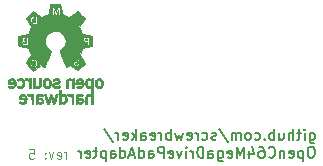
<source format=gbo>
G04 #@! TF.GenerationSoftware,KiCad,Pcbnew,5.0.2-bee76a0~70~ubuntu16.04.1*
G04 #@! TF.CreationDate,2019-02-24T19:25:28+01:00*
G04 #@! TF.ProjectId,OpenC64MegaDrivePadAdapter,4f70656e-4336-4344-9d65-676144726976,5*
G04 #@! TF.SameCoordinates,Original*
G04 #@! TF.FileFunction,Legend,Bot*
G04 #@! TF.FilePolarity,Positive*
%FSLAX46Y46*%
G04 Gerber Fmt 4.6, Leading zero omitted, Abs format (unit mm)*
G04 Created by KiCad (PCBNEW 5.0.2-bee76a0~70~ubuntu16.04.1) date dom 24 feb 2019 19:25:28 CET*
%MOMM*%
%LPD*%
G01*
G04 APERTURE LIST*
%ADD10C,0.100000*%
%ADD11C,0.150000*%
%ADD12C,0.010000*%
G04 APERTURE END LIST*
D10*
X152075952Y-109327904D02*
X152075952Y-108794571D01*
X152075952Y-108946952D02*
X152037857Y-108870761D01*
X151999761Y-108832666D01*
X151923571Y-108794571D01*
X151847380Y-108794571D01*
X151275952Y-109289809D02*
X151352142Y-109327904D01*
X151504523Y-109327904D01*
X151580714Y-109289809D01*
X151618809Y-109213619D01*
X151618809Y-108908857D01*
X151580714Y-108832666D01*
X151504523Y-108794571D01*
X151352142Y-108794571D01*
X151275952Y-108832666D01*
X151237857Y-108908857D01*
X151237857Y-108985047D01*
X151618809Y-109061238D01*
X150971190Y-108794571D02*
X150780714Y-109327904D01*
X150590238Y-108794571D01*
X150285476Y-109251714D02*
X150247380Y-109289809D01*
X150285476Y-109327904D01*
X150323571Y-109289809D01*
X150285476Y-109251714D01*
X150285476Y-109327904D01*
X150285476Y-108832666D02*
X150247380Y-108870761D01*
X150285476Y-108908857D01*
X150323571Y-108870761D01*
X150285476Y-108832666D01*
X150285476Y-108908857D01*
X148914047Y-108527904D02*
X149295000Y-108527904D01*
X149333095Y-108908857D01*
X149295000Y-108870761D01*
X149218809Y-108832666D01*
X149028333Y-108832666D01*
X148952142Y-108870761D01*
X148914047Y-108908857D01*
X148875952Y-108985047D01*
X148875952Y-109175523D01*
X148914047Y-109251714D01*
X148952142Y-109289809D01*
X149028333Y-109327904D01*
X149218809Y-109327904D01*
X149295000Y-109289809D01*
X149333095Y-109251714D01*
D11*
X172657500Y-107134142D02*
X172657500Y-107862714D01*
X172700357Y-107948428D01*
X172743214Y-107991285D01*
X172828928Y-108034142D01*
X172957500Y-108034142D01*
X173043214Y-107991285D01*
X172657500Y-107691285D02*
X172743214Y-107734142D01*
X172914642Y-107734142D01*
X173000357Y-107691285D01*
X173043214Y-107648428D01*
X173086071Y-107562714D01*
X173086071Y-107305571D01*
X173043214Y-107219857D01*
X173000357Y-107177000D01*
X172914642Y-107134142D01*
X172743214Y-107134142D01*
X172657500Y-107177000D01*
X172228928Y-107734142D02*
X172228928Y-107134142D01*
X172228928Y-106834142D02*
X172271785Y-106877000D01*
X172228928Y-106919857D01*
X172186071Y-106877000D01*
X172228928Y-106834142D01*
X172228928Y-106919857D01*
X171928928Y-107134142D02*
X171586071Y-107134142D01*
X171800357Y-106834142D02*
X171800357Y-107605571D01*
X171757500Y-107691285D01*
X171671785Y-107734142D01*
X171586071Y-107734142D01*
X171286071Y-107734142D02*
X171286071Y-106834142D01*
X170900357Y-107734142D02*
X170900357Y-107262714D01*
X170943214Y-107177000D01*
X171028928Y-107134142D01*
X171157500Y-107134142D01*
X171243214Y-107177000D01*
X171286071Y-107219857D01*
X170086071Y-107134142D02*
X170086071Y-107734142D01*
X170471785Y-107134142D02*
X170471785Y-107605571D01*
X170428928Y-107691285D01*
X170343214Y-107734142D01*
X170214642Y-107734142D01*
X170128928Y-107691285D01*
X170086071Y-107648428D01*
X169657500Y-107734142D02*
X169657500Y-106834142D01*
X169657500Y-107177000D02*
X169571785Y-107134142D01*
X169400357Y-107134142D01*
X169314642Y-107177000D01*
X169271785Y-107219857D01*
X169228928Y-107305571D01*
X169228928Y-107562714D01*
X169271785Y-107648428D01*
X169314642Y-107691285D01*
X169400357Y-107734142D01*
X169571785Y-107734142D01*
X169657500Y-107691285D01*
X168843214Y-107648428D02*
X168800357Y-107691285D01*
X168843214Y-107734142D01*
X168886071Y-107691285D01*
X168843214Y-107648428D01*
X168843214Y-107734142D01*
X168028928Y-107691285D02*
X168114642Y-107734142D01*
X168286071Y-107734142D01*
X168371785Y-107691285D01*
X168414642Y-107648428D01*
X168457500Y-107562714D01*
X168457500Y-107305571D01*
X168414642Y-107219857D01*
X168371785Y-107177000D01*
X168286071Y-107134142D01*
X168114642Y-107134142D01*
X168028928Y-107177000D01*
X167514642Y-107734142D02*
X167600357Y-107691285D01*
X167643214Y-107648428D01*
X167686071Y-107562714D01*
X167686071Y-107305571D01*
X167643214Y-107219857D01*
X167600357Y-107177000D01*
X167514642Y-107134142D01*
X167386071Y-107134142D01*
X167300357Y-107177000D01*
X167257500Y-107219857D01*
X167214642Y-107305571D01*
X167214642Y-107562714D01*
X167257500Y-107648428D01*
X167300357Y-107691285D01*
X167386071Y-107734142D01*
X167514642Y-107734142D01*
X166828928Y-107734142D02*
X166828928Y-107134142D01*
X166828928Y-107219857D02*
X166786071Y-107177000D01*
X166700357Y-107134142D01*
X166571785Y-107134142D01*
X166486071Y-107177000D01*
X166443214Y-107262714D01*
X166443214Y-107734142D01*
X166443214Y-107262714D02*
X166400357Y-107177000D01*
X166314642Y-107134142D01*
X166186071Y-107134142D01*
X166100357Y-107177000D01*
X166057500Y-107262714D01*
X166057500Y-107734142D01*
X164986071Y-106791285D02*
X165757500Y-107948428D01*
X164728928Y-107691285D02*
X164643214Y-107734142D01*
X164471785Y-107734142D01*
X164386071Y-107691285D01*
X164343214Y-107605571D01*
X164343214Y-107562714D01*
X164386071Y-107477000D01*
X164471785Y-107434142D01*
X164600357Y-107434142D01*
X164686071Y-107391285D01*
X164728928Y-107305571D01*
X164728928Y-107262714D01*
X164686071Y-107177000D01*
X164600357Y-107134142D01*
X164471785Y-107134142D01*
X164386071Y-107177000D01*
X163571785Y-107691285D02*
X163657500Y-107734142D01*
X163828928Y-107734142D01*
X163914642Y-107691285D01*
X163957500Y-107648428D01*
X164000357Y-107562714D01*
X164000357Y-107305571D01*
X163957500Y-107219857D01*
X163914642Y-107177000D01*
X163828928Y-107134142D01*
X163657500Y-107134142D01*
X163571785Y-107177000D01*
X163186071Y-107734142D02*
X163186071Y-107134142D01*
X163186071Y-107305571D02*
X163143214Y-107219857D01*
X163100357Y-107177000D01*
X163014642Y-107134142D01*
X162928928Y-107134142D01*
X162286071Y-107691285D02*
X162371785Y-107734142D01*
X162543214Y-107734142D01*
X162628928Y-107691285D01*
X162671785Y-107605571D01*
X162671785Y-107262714D01*
X162628928Y-107177000D01*
X162543214Y-107134142D01*
X162371785Y-107134142D01*
X162286071Y-107177000D01*
X162243214Y-107262714D01*
X162243214Y-107348428D01*
X162671785Y-107434142D01*
X161943214Y-107134142D02*
X161771785Y-107734142D01*
X161600357Y-107305571D01*
X161428928Y-107734142D01*
X161257500Y-107134142D01*
X160914642Y-107734142D02*
X160914642Y-106834142D01*
X160914642Y-107177000D02*
X160828928Y-107134142D01*
X160657500Y-107134142D01*
X160571785Y-107177000D01*
X160528928Y-107219857D01*
X160486071Y-107305571D01*
X160486071Y-107562714D01*
X160528928Y-107648428D01*
X160571785Y-107691285D01*
X160657500Y-107734142D01*
X160828928Y-107734142D01*
X160914642Y-107691285D01*
X160100357Y-107734142D02*
X160100357Y-107134142D01*
X160100357Y-107305571D02*
X160057500Y-107219857D01*
X160014642Y-107177000D01*
X159928928Y-107134142D01*
X159843214Y-107134142D01*
X159200357Y-107691285D02*
X159286071Y-107734142D01*
X159457500Y-107734142D01*
X159543214Y-107691285D01*
X159586071Y-107605571D01*
X159586071Y-107262714D01*
X159543214Y-107177000D01*
X159457500Y-107134142D01*
X159286071Y-107134142D01*
X159200357Y-107177000D01*
X159157500Y-107262714D01*
X159157500Y-107348428D01*
X159586071Y-107434142D01*
X158386071Y-107734142D02*
X158386071Y-107262714D01*
X158428928Y-107177000D01*
X158514642Y-107134142D01*
X158686071Y-107134142D01*
X158771785Y-107177000D01*
X158386071Y-107691285D02*
X158471785Y-107734142D01*
X158686071Y-107734142D01*
X158771785Y-107691285D01*
X158814642Y-107605571D01*
X158814642Y-107519857D01*
X158771785Y-107434142D01*
X158686071Y-107391285D01*
X158471785Y-107391285D01*
X158386071Y-107348428D01*
X157957500Y-107734142D02*
X157957500Y-106834142D01*
X157871785Y-107391285D02*
X157614642Y-107734142D01*
X157614642Y-107134142D02*
X157957500Y-107477000D01*
X156886071Y-107691285D02*
X156971785Y-107734142D01*
X157143214Y-107734142D01*
X157228928Y-107691285D01*
X157271785Y-107605571D01*
X157271785Y-107262714D01*
X157228928Y-107177000D01*
X157143214Y-107134142D01*
X156971785Y-107134142D01*
X156886071Y-107177000D01*
X156843214Y-107262714D01*
X156843214Y-107348428D01*
X157271785Y-107434142D01*
X156457500Y-107734142D02*
X156457500Y-107134142D01*
X156457500Y-107305571D02*
X156414642Y-107219857D01*
X156371785Y-107177000D01*
X156286071Y-107134142D01*
X156200357Y-107134142D01*
X155257500Y-106791285D02*
X156028928Y-107948428D01*
X172871785Y-108334142D02*
X172700357Y-108334142D01*
X172614642Y-108377000D01*
X172528928Y-108462714D01*
X172486071Y-108634142D01*
X172486071Y-108934142D01*
X172528928Y-109105571D01*
X172614642Y-109191285D01*
X172700357Y-109234142D01*
X172871785Y-109234142D01*
X172957500Y-109191285D01*
X173043214Y-109105571D01*
X173086071Y-108934142D01*
X173086071Y-108634142D01*
X173043214Y-108462714D01*
X172957500Y-108377000D01*
X172871785Y-108334142D01*
X172100357Y-108634142D02*
X172100357Y-109534142D01*
X172100357Y-108677000D02*
X172014642Y-108634142D01*
X171843214Y-108634142D01*
X171757500Y-108677000D01*
X171714642Y-108719857D01*
X171671785Y-108805571D01*
X171671785Y-109062714D01*
X171714642Y-109148428D01*
X171757500Y-109191285D01*
X171843214Y-109234142D01*
X172014642Y-109234142D01*
X172100357Y-109191285D01*
X170943214Y-109191285D02*
X171028928Y-109234142D01*
X171200357Y-109234142D01*
X171286071Y-109191285D01*
X171328928Y-109105571D01*
X171328928Y-108762714D01*
X171286071Y-108677000D01*
X171200357Y-108634142D01*
X171028928Y-108634142D01*
X170943214Y-108677000D01*
X170900357Y-108762714D01*
X170900357Y-108848428D01*
X171328928Y-108934142D01*
X170514642Y-108634142D02*
X170514642Y-109234142D01*
X170514642Y-108719857D02*
X170471785Y-108677000D01*
X170386071Y-108634142D01*
X170257500Y-108634142D01*
X170171785Y-108677000D01*
X170128928Y-108762714D01*
X170128928Y-109234142D01*
X169186071Y-109148428D02*
X169228928Y-109191285D01*
X169357500Y-109234142D01*
X169443214Y-109234142D01*
X169571785Y-109191285D01*
X169657500Y-109105571D01*
X169700357Y-109019857D01*
X169743214Y-108848428D01*
X169743214Y-108719857D01*
X169700357Y-108548428D01*
X169657500Y-108462714D01*
X169571785Y-108377000D01*
X169443214Y-108334142D01*
X169357500Y-108334142D01*
X169228928Y-108377000D01*
X169186071Y-108419857D01*
X168414642Y-108334142D02*
X168586071Y-108334142D01*
X168671785Y-108377000D01*
X168714642Y-108419857D01*
X168800357Y-108548428D01*
X168843214Y-108719857D01*
X168843214Y-109062714D01*
X168800357Y-109148428D01*
X168757500Y-109191285D01*
X168671785Y-109234142D01*
X168500357Y-109234142D01*
X168414642Y-109191285D01*
X168371785Y-109148428D01*
X168328928Y-109062714D01*
X168328928Y-108848428D01*
X168371785Y-108762714D01*
X168414642Y-108719857D01*
X168500357Y-108677000D01*
X168671785Y-108677000D01*
X168757500Y-108719857D01*
X168800357Y-108762714D01*
X168843214Y-108848428D01*
X167557500Y-108634142D02*
X167557500Y-109234142D01*
X167771785Y-108291285D02*
X167986071Y-108934142D01*
X167428928Y-108934142D01*
X167086071Y-109234142D02*
X167086071Y-108334142D01*
X166786071Y-108977000D01*
X166486071Y-108334142D01*
X166486071Y-109234142D01*
X165714642Y-109191285D02*
X165800357Y-109234142D01*
X165971785Y-109234142D01*
X166057500Y-109191285D01*
X166100357Y-109105571D01*
X166100357Y-108762714D01*
X166057500Y-108677000D01*
X165971785Y-108634142D01*
X165800357Y-108634142D01*
X165714642Y-108677000D01*
X165671785Y-108762714D01*
X165671785Y-108848428D01*
X166100357Y-108934142D01*
X164900357Y-108634142D02*
X164900357Y-109362714D01*
X164943214Y-109448428D01*
X164986071Y-109491285D01*
X165071785Y-109534142D01*
X165200357Y-109534142D01*
X165286071Y-109491285D01*
X164900357Y-109191285D02*
X164986071Y-109234142D01*
X165157500Y-109234142D01*
X165243214Y-109191285D01*
X165286071Y-109148428D01*
X165328928Y-109062714D01*
X165328928Y-108805571D01*
X165286071Y-108719857D01*
X165243214Y-108677000D01*
X165157500Y-108634142D01*
X164986071Y-108634142D01*
X164900357Y-108677000D01*
X164086071Y-109234142D02*
X164086071Y-108762714D01*
X164128928Y-108677000D01*
X164214642Y-108634142D01*
X164386071Y-108634142D01*
X164471785Y-108677000D01*
X164086071Y-109191285D02*
X164171785Y-109234142D01*
X164386071Y-109234142D01*
X164471785Y-109191285D01*
X164514642Y-109105571D01*
X164514642Y-109019857D01*
X164471785Y-108934142D01*
X164386071Y-108891285D01*
X164171785Y-108891285D01*
X164086071Y-108848428D01*
X163657500Y-109234142D02*
X163657500Y-108334142D01*
X163443214Y-108334142D01*
X163314642Y-108377000D01*
X163228928Y-108462714D01*
X163186071Y-108548428D01*
X163143214Y-108719857D01*
X163143214Y-108848428D01*
X163186071Y-109019857D01*
X163228928Y-109105571D01*
X163314642Y-109191285D01*
X163443214Y-109234142D01*
X163657500Y-109234142D01*
X162757500Y-109234142D02*
X162757500Y-108634142D01*
X162757500Y-108805571D02*
X162714642Y-108719857D01*
X162671785Y-108677000D01*
X162586071Y-108634142D01*
X162500357Y-108634142D01*
X162200357Y-109234142D02*
X162200357Y-108634142D01*
X162200357Y-108334142D02*
X162243214Y-108377000D01*
X162200357Y-108419857D01*
X162157500Y-108377000D01*
X162200357Y-108334142D01*
X162200357Y-108419857D01*
X161857500Y-108634142D02*
X161643214Y-109234142D01*
X161428928Y-108634142D01*
X160743214Y-109191285D02*
X160828928Y-109234142D01*
X161000357Y-109234142D01*
X161086071Y-109191285D01*
X161128928Y-109105571D01*
X161128928Y-108762714D01*
X161086071Y-108677000D01*
X161000357Y-108634142D01*
X160828928Y-108634142D01*
X160743214Y-108677000D01*
X160700357Y-108762714D01*
X160700357Y-108848428D01*
X161128928Y-108934142D01*
X160314642Y-109234142D02*
X160314642Y-108334142D01*
X159971785Y-108334142D01*
X159886071Y-108377000D01*
X159843214Y-108419857D01*
X159800357Y-108505571D01*
X159800357Y-108634142D01*
X159843214Y-108719857D01*
X159886071Y-108762714D01*
X159971785Y-108805571D01*
X160314642Y-108805571D01*
X159028928Y-109234142D02*
X159028928Y-108762714D01*
X159071785Y-108677000D01*
X159157500Y-108634142D01*
X159328928Y-108634142D01*
X159414642Y-108677000D01*
X159028928Y-109191285D02*
X159114642Y-109234142D01*
X159328928Y-109234142D01*
X159414642Y-109191285D01*
X159457500Y-109105571D01*
X159457500Y-109019857D01*
X159414642Y-108934142D01*
X159328928Y-108891285D01*
X159114642Y-108891285D01*
X159028928Y-108848428D01*
X158214642Y-109234142D02*
X158214642Y-108334142D01*
X158214642Y-109191285D02*
X158300357Y-109234142D01*
X158471785Y-109234142D01*
X158557500Y-109191285D01*
X158600357Y-109148428D01*
X158643214Y-109062714D01*
X158643214Y-108805571D01*
X158600357Y-108719857D01*
X158557500Y-108677000D01*
X158471785Y-108634142D01*
X158300357Y-108634142D01*
X158214642Y-108677000D01*
X157828928Y-108977000D02*
X157400357Y-108977000D01*
X157914642Y-109234142D02*
X157614642Y-108334142D01*
X157314642Y-109234142D01*
X156628928Y-109234142D02*
X156628928Y-108334142D01*
X156628928Y-109191285D02*
X156714642Y-109234142D01*
X156886071Y-109234142D01*
X156971785Y-109191285D01*
X157014642Y-109148428D01*
X157057500Y-109062714D01*
X157057500Y-108805571D01*
X157014642Y-108719857D01*
X156971785Y-108677000D01*
X156886071Y-108634142D01*
X156714642Y-108634142D01*
X156628928Y-108677000D01*
X155814642Y-109234142D02*
X155814642Y-108762714D01*
X155857500Y-108677000D01*
X155943214Y-108634142D01*
X156114642Y-108634142D01*
X156200357Y-108677000D01*
X155814642Y-109191285D02*
X155900357Y-109234142D01*
X156114642Y-109234142D01*
X156200357Y-109191285D01*
X156243214Y-109105571D01*
X156243214Y-109019857D01*
X156200357Y-108934142D01*
X156114642Y-108891285D01*
X155900357Y-108891285D01*
X155814642Y-108848428D01*
X155386071Y-108634142D02*
X155386071Y-109534142D01*
X155386071Y-108677000D02*
X155300357Y-108634142D01*
X155128928Y-108634142D01*
X155043214Y-108677000D01*
X155000357Y-108719857D01*
X154957500Y-108805571D01*
X154957500Y-109062714D01*
X155000357Y-109148428D01*
X155043214Y-109191285D01*
X155128928Y-109234142D01*
X155300357Y-109234142D01*
X155386071Y-109191285D01*
X154700357Y-108634142D02*
X154357500Y-108634142D01*
X154571785Y-108334142D02*
X154571785Y-109105571D01*
X154528928Y-109191285D01*
X154443214Y-109234142D01*
X154357500Y-109234142D01*
X153714642Y-109191285D02*
X153800357Y-109234142D01*
X153971785Y-109234142D01*
X154057500Y-109191285D01*
X154100357Y-109105571D01*
X154100357Y-108762714D01*
X154057500Y-108677000D01*
X153971785Y-108634142D01*
X153800357Y-108634142D01*
X153714642Y-108677000D01*
X153671785Y-108762714D01*
X153671785Y-108848428D01*
X154100357Y-108934142D01*
X153286071Y-109234142D02*
X153286071Y-108634142D01*
X153286071Y-108805571D02*
X153243214Y-108719857D01*
X153200357Y-108677000D01*
X153114642Y-108634142D01*
X153028928Y-108634142D01*
D12*
G04 #@! TO.C,V2*
G36*
X153102979Y-103849341D02*
X153011052Y-103870923D01*
X153003976Y-103873749D01*
X152955663Y-103898869D01*
X152919869Y-103932246D01*
X152894802Y-103980058D01*
X152878669Y-104048483D01*
X152869679Y-104143700D01*
X152866040Y-104271886D01*
X152865667Y-104350615D01*
X152865667Y-104669167D01*
X152939750Y-104669167D01*
X152996265Y-104661350D01*
X153013833Y-104639698D01*
X153021637Y-104624646D01*
X153050504Y-104630602D01*
X153092392Y-104650282D01*
X153178073Y-104681880D01*
X153264767Y-104684577D01*
X153345453Y-104667107D01*
X153429650Y-104622838D01*
X153488270Y-104551957D01*
X153517309Y-104464278D01*
X153515458Y-104425750D01*
X153363083Y-104425750D01*
X153349013Y-104483186D01*
X153310167Y-104515959D01*
X153255565Y-104531307D01*
X153184368Y-104535101D01*
X153113990Y-104528166D01*
X153061843Y-104511327D01*
X153051581Y-104503714D01*
X153036503Y-104469392D01*
X153027585Y-104413014D01*
X153026963Y-104400779D01*
X153024417Y-104319917D01*
X153140833Y-104314438D01*
X153248790Y-104318545D01*
X153320565Y-104343156D01*
X153357334Y-104388859D01*
X153363083Y-104425750D01*
X153515458Y-104425750D01*
X153512761Y-104369615D01*
X153490866Y-104310847D01*
X153465576Y-104270528D01*
X153433289Y-104243021D01*
X153385209Y-104225064D01*
X153312540Y-104213395D01*
X153206486Y-104204755D01*
X153204333Y-104204614D01*
X153117214Y-104198440D01*
X153063664Y-104191581D01*
X153035002Y-104180702D01*
X153022547Y-104162467D01*
X153017619Y-104133540D01*
X153017539Y-104132836D01*
X153025731Y-104062593D01*
X153068716Y-104016115D01*
X153145952Y-103993855D01*
X153186735Y-103991833D01*
X153256193Y-103996730D01*
X153312731Y-104009106D01*
X153328645Y-104016233D01*
X153364843Y-104028355D01*
X153405070Y-104012629D01*
X153422890Y-104000358D01*
X153462269Y-103965125D01*
X153466751Y-103936275D01*
X153434430Y-103906033D01*
X153394036Y-103882616D01*
X153312465Y-103855596D01*
X153209448Y-103844368D01*
X153102979Y-103849341D01*
X153102979Y-103849341D01*
G37*
X153102979Y-103849341D02*
X153011052Y-103870923D01*
X153003976Y-103873749D01*
X152955663Y-103898869D01*
X152919869Y-103932246D01*
X152894802Y-103980058D01*
X152878669Y-104048483D01*
X152869679Y-104143700D01*
X152866040Y-104271886D01*
X152865667Y-104350615D01*
X152865667Y-104669167D01*
X152939750Y-104669167D01*
X152996265Y-104661350D01*
X153013833Y-104639698D01*
X153021637Y-104624646D01*
X153050504Y-104630602D01*
X153092392Y-104650282D01*
X153178073Y-104681880D01*
X153264767Y-104684577D01*
X153345453Y-104667107D01*
X153429650Y-104622838D01*
X153488270Y-104551957D01*
X153517309Y-104464278D01*
X153515458Y-104425750D01*
X153363083Y-104425750D01*
X153349013Y-104483186D01*
X153310167Y-104515959D01*
X153255565Y-104531307D01*
X153184368Y-104535101D01*
X153113990Y-104528166D01*
X153061843Y-104511327D01*
X153051581Y-104503714D01*
X153036503Y-104469392D01*
X153027585Y-104413014D01*
X153026963Y-104400779D01*
X153024417Y-104319917D01*
X153140833Y-104314438D01*
X153248790Y-104318545D01*
X153320565Y-104343156D01*
X153357334Y-104388859D01*
X153363083Y-104425750D01*
X153515458Y-104425750D01*
X153512761Y-104369615D01*
X153490866Y-104310847D01*
X153465576Y-104270528D01*
X153433289Y-104243021D01*
X153385209Y-104225064D01*
X153312540Y-104213395D01*
X153206486Y-104204755D01*
X153204333Y-104204614D01*
X153117214Y-104198440D01*
X153063664Y-104191581D01*
X153035002Y-104180702D01*
X153022547Y-104162467D01*
X153017619Y-104133540D01*
X153017539Y-104132836D01*
X153025731Y-104062593D01*
X153068716Y-104016115D01*
X153145952Y-103993855D01*
X153186735Y-103991833D01*
X153256193Y-103996730D01*
X153312731Y-104009106D01*
X153328645Y-104016233D01*
X153364843Y-104028355D01*
X153405070Y-104012629D01*
X153422890Y-104000358D01*
X153462269Y-103965125D01*
X153466751Y-103936275D01*
X153434430Y-103906033D01*
X153394036Y-103882616D01*
X153312465Y-103855596D01*
X153209448Y-103844368D01*
X153102979Y-103849341D01*
G36*
X151426333Y-104669167D02*
X151511000Y-104669167D01*
X151569871Y-104663924D01*
X151594130Y-104646544D01*
X151595667Y-104637417D01*
X151596546Y-104615397D01*
X151605688Y-104608833D01*
X151632851Y-104618808D01*
X151687791Y-104646405D01*
X151690917Y-104648000D01*
X151757672Y-104677763D01*
X151811620Y-104686338D01*
X151874748Y-104675763D01*
X151903750Y-104667721D01*
X151986908Y-104626439D01*
X152044349Y-104556409D01*
X152078727Y-104453872D01*
X152085798Y-104409637D01*
X152091452Y-104326251D01*
X151933173Y-104326251D01*
X151929350Y-104384226D01*
X151917186Y-104424717D01*
X151894575Y-104460048D01*
X151892433Y-104462792D01*
X151847157Y-104504897D01*
X151789791Y-104520198D01*
X151765000Y-104521000D01*
X151699170Y-104512355D01*
X151652264Y-104480027D01*
X151637568Y-104462792D01*
X151614101Y-104427353D01*
X151601238Y-104387664D01*
X151596871Y-104331402D01*
X151598895Y-104246243D01*
X151599241Y-104238468D01*
X151604776Y-104151439D01*
X151613811Y-104095664D01*
X151629419Y-104060065D01*
X151654670Y-104033565D01*
X151656471Y-104032093D01*
X151713194Y-104002100D01*
X151765000Y-103991833D01*
X151825453Y-104005308D01*
X151873529Y-104032093D01*
X151899426Y-104058408D01*
X151915502Y-104093187D01*
X151924831Y-104147508D01*
X151930483Y-104232449D01*
X151930760Y-104238468D01*
X151933173Y-104326251D01*
X152091452Y-104326251D01*
X152093870Y-104290608D01*
X152090236Y-104169831D01*
X152076083Y-104060795D01*
X152052602Y-103976993D01*
X152046518Y-103963707D01*
X151993218Y-103901782D01*
X151914401Y-103861919D01*
X151822064Y-103846564D01*
X151728205Y-103858166D01*
X151664458Y-103885768D01*
X151595667Y-103927711D01*
X151595667Y-103505000D01*
X151426333Y-103505000D01*
X151426333Y-104669167D01*
X151426333Y-104669167D01*
G37*
X151426333Y-104669167D02*
X151511000Y-104669167D01*
X151569871Y-104663924D01*
X151594130Y-104646544D01*
X151595667Y-104637417D01*
X151596546Y-104615397D01*
X151605688Y-104608833D01*
X151632851Y-104618808D01*
X151687791Y-104646405D01*
X151690917Y-104648000D01*
X151757672Y-104677763D01*
X151811620Y-104686338D01*
X151874748Y-104675763D01*
X151903750Y-104667721D01*
X151986908Y-104626439D01*
X152044349Y-104556409D01*
X152078727Y-104453872D01*
X152085798Y-104409637D01*
X152091452Y-104326251D01*
X151933173Y-104326251D01*
X151929350Y-104384226D01*
X151917186Y-104424717D01*
X151894575Y-104460048D01*
X151892433Y-104462792D01*
X151847157Y-104504897D01*
X151789791Y-104520198D01*
X151765000Y-104521000D01*
X151699170Y-104512355D01*
X151652264Y-104480027D01*
X151637568Y-104462792D01*
X151614101Y-104427353D01*
X151601238Y-104387664D01*
X151596871Y-104331402D01*
X151598895Y-104246243D01*
X151599241Y-104238468D01*
X151604776Y-104151439D01*
X151613811Y-104095664D01*
X151629419Y-104060065D01*
X151654670Y-104033565D01*
X151656471Y-104032093D01*
X151713194Y-104002100D01*
X151765000Y-103991833D01*
X151825453Y-104005308D01*
X151873529Y-104032093D01*
X151899426Y-104058408D01*
X151915502Y-104093187D01*
X151924831Y-104147508D01*
X151930483Y-104232449D01*
X151930760Y-104238468D01*
X151933173Y-104326251D01*
X152091452Y-104326251D01*
X152093870Y-104290608D01*
X152090236Y-104169831D01*
X152076083Y-104060795D01*
X152052602Y-103976993D01*
X152046518Y-103963707D01*
X151993218Y-103901782D01*
X151914401Y-103861919D01*
X151822064Y-103846564D01*
X151728205Y-103858166D01*
X151664458Y-103885768D01*
X151595667Y-103927711D01*
X151595667Y-103505000D01*
X151426333Y-103505000D01*
X151426333Y-104669167D01*
G36*
X149701795Y-103850223D02*
X149622283Y-103869907D01*
X149591476Y-103884946D01*
X149548457Y-103914540D01*
X149516747Y-103947763D01*
X149494409Y-103991495D01*
X149479506Y-104052615D01*
X149470101Y-104138002D01*
X149464257Y-104254537D01*
X149461549Y-104346375D01*
X149453310Y-104669167D01*
X149540238Y-104669167D01*
X149598259Y-104664920D01*
X149623717Y-104649726D01*
X149627167Y-104634136D01*
X149630405Y-104610887D01*
X149647325Y-104617923D01*
X149664761Y-104633128D01*
X149726748Y-104665545D01*
X149811104Y-104679771D01*
X149901243Y-104674185D01*
X149950159Y-104661037D01*
X150027460Y-104626924D01*
X150075311Y-104587879D01*
X150106087Y-104532433D01*
X150114559Y-104508723D01*
X150124313Y-104418995D01*
X149981536Y-104418995D01*
X149967561Y-104473257D01*
X149919172Y-104516965D01*
X149917743Y-104517700D01*
X149860413Y-104532160D01*
X149785862Y-104533443D01*
X149713150Y-104522862D01*
X149661341Y-104501734D01*
X149658928Y-104499843D01*
X149637096Y-104460574D01*
X149627273Y-104398665D01*
X149627167Y-104391408D01*
X149627167Y-104309333D01*
X149742206Y-104309333D01*
X149817861Y-104312920D01*
X149883517Y-104322073D01*
X149908652Y-104328878D01*
X149961699Y-104366696D01*
X149981536Y-104418995D01*
X150124313Y-104418995D01*
X150124749Y-104414985D01*
X150098539Y-104323980D01*
X150040220Y-104249961D01*
X150035530Y-104246164D01*
X149999570Y-104224049D01*
X149953625Y-104210964D01*
X149886377Y-104204821D01*
X149804229Y-104203500D01*
X149627167Y-104203500D01*
X149627167Y-104119578D01*
X149634639Y-104054712D01*
X149659946Y-104018763D01*
X149668109Y-104013745D01*
X149717855Y-103999184D01*
X149786391Y-103992825D01*
X149857536Y-103994523D01*
X149915108Y-104004135D01*
X149939347Y-104016146D01*
X149971463Y-104023134D01*
X150014428Y-104007924D01*
X150051865Y-103979962D01*
X150067397Y-103948692D01*
X150066429Y-103942859D01*
X150033700Y-103903225D01*
X149970129Y-103872834D01*
X149886460Y-103852997D01*
X149793435Y-103845023D01*
X149701795Y-103850223D01*
X149701795Y-103850223D01*
G37*
X149701795Y-103850223D02*
X149622283Y-103869907D01*
X149591476Y-103884946D01*
X149548457Y-103914540D01*
X149516747Y-103947763D01*
X149494409Y-103991495D01*
X149479506Y-104052615D01*
X149470101Y-104138002D01*
X149464257Y-104254537D01*
X149461549Y-104346375D01*
X149453310Y-104669167D01*
X149540238Y-104669167D01*
X149598259Y-104664920D01*
X149623717Y-104649726D01*
X149627167Y-104634136D01*
X149630405Y-104610887D01*
X149647325Y-104617923D01*
X149664761Y-104633128D01*
X149726748Y-104665545D01*
X149811104Y-104679771D01*
X149901243Y-104674185D01*
X149950159Y-104661037D01*
X150027460Y-104626924D01*
X150075311Y-104587879D01*
X150106087Y-104532433D01*
X150114559Y-104508723D01*
X150124313Y-104418995D01*
X149981536Y-104418995D01*
X149967561Y-104473257D01*
X149919172Y-104516965D01*
X149917743Y-104517700D01*
X149860413Y-104532160D01*
X149785862Y-104533443D01*
X149713150Y-104522862D01*
X149661341Y-104501734D01*
X149658928Y-104499843D01*
X149637096Y-104460574D01*
X149627273Y-104398665D01*
X149627167Y-104391408D01*
X149627167Y-104309333D01*
X149742206Y-104309333D01*
X149817861Y-104312920D01*
X149883517Y-104322073D01*
X149908652Y-104328878D01*
X149961699Y-104366696D01*
X149981536Y-104418995D01*
X150124313Y-104418995D01*
X150124749Y-104414985D01*
X150098539Y-104323980D01*
X150040220Y-104249961D01*
X150035530Y-104246164D01*
X149999570Y-104224049D01*
X149953625Y-104210964D01*
X149886377Y-104204821D01*
X149804229Y-104203500D01*
X149627167Y-104203500D01*
X149627167Y-104119578D01*
X149634639Y-104054712D01*
X149659946Y-104018763D01*
X149668109Y-104013745D01*
X149717855Y-103999184D01*
X149786391Y-103992825D01*
X149857536Y-103994523D01*
X149915108Y-104004135D01*
X149939347Y-104016146D01*
X149971463Y-104023134D01*
X150014428Y-104007924D01*
X150051865Y-103979962D01*
X150067397Y-103948692D01*
X150066429Y-103942859D01*
X150033700Y-103903225D01*
X149970129Y-103872834D01*
X149886460Y-103852997D01*
X149793435Y-103845023D01*
X149701795Y-103850223D01*
G36*
X148242238Y-103862582D02*
X148145384Y-103916120D01*
X148072948Y-103999466D01*
X148029445Y-104107807D01*
X148018500Y-104206829D01*
X148018500Y-104309333D01*
X148271251Y-104309333D01*
X148370423Y-104310815D01*
X148453345Y-104314850D01*
X148511308Y-104320820D01*
X148535581Y-104328068D01*
X148538843Y-104368214D01*
X148518938Y-104422117D01*
X148483695Y-104474698D01*
X148440941Y-104510877D01*
X148440590Y-104511060D01*
X148352729Y-104539458D01*
X148269331Y-104527733D01*
X148219583Y-104502748D01*
X148174888Y-104477984D01*
X148144076Y-104476608D01*
X148105493Y-104499003D01*
X148096998Y-104504926D01*
X148059025Y-104536268D01*
X148053240Y-104560392D01*
X148065248Y-104579337D01*
X148111881Y-104616301D01*
X148181664Y-104652063D01*
X148255979Y-104678540D01*
X148314833Y-104687702D01*
X148374489Y-104681403D01*
X148436012Y-104669782D01*
X148535903Y-104632336D01*
X148608573Y-104571472D01*
X148656945Y-104482800D01*
X148683944Y-104361933D01*
X148690337Y-104288167D01*
X148692866Y-104197769D01*
X148689532Y-104160652D01*
X148539077Y-104160652D01*
X148535474Y-104184937D01*
X148509905Y-104193600D01*
X148452948Y-104198800D01*
X148375465Y-104199712D01*
X148350114Y-104199036D01*
X148264965Y-104195192D01*
X148214060Y-104189522D01*
X148189313Y-104179671D01*
X148182638Y-104163284D01*
X148183747Y-104150583D01*
X148213022Y-104072420D01*
X148266303Y-104020588D01*
X148333667Y-103996100D01*
X148405192Y-103999970D01*
X148470956Y-104033211D01*
X148521036Y-104096836D01*
X148529081Y-104115318D01*
X148539077Y-104160652D01*
X148689532Y-104160652D01*
X148687055Y-104133086D01*
X148670308Y-104077891D01*
X148649721Y-104034337D01*
X148578091Y-103933601D01*
X148487120Y-103869888D01*
X148378315Y-103844186D01*
X148358998Y-103843667D01*
X148242238Y-103862582D01*
X148242238Y-103862582D01*
G37*
X148242238Y-103862582D02*
X148145384Y-103916120D01*
X148072948Y-103999466D01*
X148029445Y-104107807D01*
X148018500Y-104206829D01*
X148018500Y-104309333D01*
X148271251Y-104309333D01*
X148370423Y-104310815D01*
X148453345Y-104314850D01*
X148511308Y-104320820D01*
X148535581Y-104328068D01*
X148538843Y-104368214D01*
X148518938Y-104422117D01*
X148483695Y-104474698D01*
X148440941Y-104510877D01*
X148440590Y-104511060D01*
X148352729Y-104539458D01*
X148269331Y-104527733D01*
X148219583Y-104502748D01*
X148174888Y-104477984D01*
X148144076Y-104476608D01*
X148105493Y-104499003D01*
X148096998Y-104504926D01*
X148059025Y-104536268D01*
X148053240Y-104560392D01*
X148065248Y-104579337D01*
X148111881Y-104616301D01*
X148181664Y-104652063D01*
X148255979Y-104678540D01*
X148314833Y-104687702D01*
X148374489Y-104681403D01*
X148436012Y-104669782D01*
X148535903Y-104632336D01*
X148608573Y-104571472D01*
X148656945Y-104482800D01*
X148683944Y-104361933D01*
X148690337Y-104288167D01*
X148692866Y-104197769D01*
X148689532Y-104160652D01*
X148539077Y-104160652D01*
X148535474Y-104184937D01*
X148509905Y-104193600D01*
X148452948Y-104198800D01*
X148375465Y-104199712D01*
X148350114Y-104199036D01*
X148264965Y-104195192D01*
X148214060Y-104189522D01*
X148189313Y-104179671D01*
X148182638Y-104163284D01*
X148183747Y-104150583D01*
X148213022Y-104072420D01*
X148266303Y-104020588D01*
X148333667Y-103996100D01*
X148405192Y-103999970D01*
X148470956Y-104033211D01*
X148521036Y-104096836D01*
X148529081Y-104115318D01*
X148539077Y-104160652D01*
X148689532Y-104160652D01*
X148687055Y-104133086D01*
X148670308Y-104077891D01*
X148649721Y-104034337D01*
X148578091Y-103933601D01*
X148487120Y-103869888D01*
X148378315Y-103844186D01*
X148358998Y-103843667D01*
X148242238Y-103862582D01*
G36*
X153871821Y-102525005D02*
X153789135Y-102562689D01*
X153725073Y-102612919D01*
X153690356Y-102677021D01*
X153667267Y-102773568D01*
X153657091Y-102893954D01*
X153661109Y-103029573D01*
X153661777Y-103037410D01*
X153671613Y-103124037D01*
X153685847Y-103182594D01*
X153709454Y-103227338D01*
X153741607Y-103266258D01*
X153825104Y-103330023D01*
X153918955Y-103354611D01*
X154016380Y-103338944D01*
X154061832Y-103317158D01*
X154111172Y-103289247D01*
X154143000Y-103273475D01*
X154147460Y-103272167D01*
X154150674Y-103292133D01*
X154153413Y-103347230D01*
X154155471Y-103430258D01*
X154156642Y-103534015D01*
X154156833Y-103599939D01*
X154156833Y-103927711D01*
X154088042Y-103885768D01*
X153988932Y-103849042D01*
X153881688Y-103852003D01*
X153804558Y-103878271D01*
X153754688Y-103907098D01*
X153717470Y-103943868D01*
X153690874Y-103994981D01*
X153672870Y-104066836D01*
X153661430Y-104165831D01*
X153654522Y-104298365D01*
X153652715Y-104356958D01*
X153644219Y-104669167D01*
X153818167Y-104669167D01*
X153818167Y-104382454D01*
X153818522Y-104266788D01*
X153820397Y-104185543D01*
X153825005Y-104130808D01*
X153833561Y-104094673D01*
X153847276Y-104069225D01*
X153867366Y-104046556D01*
X153870121Y-104043788D01*
X153938320Y-104000506D01*
X153987500Y-103991833D01*
X154061790Y-104011620D01*
X154104879Y-104043788D01*
X154125774Y-104066644D01*
X154140157Y-104091373D01*
X154149240Y-104125888D01*
X154154238Y-104178098D01*
X154156364Y-104255914D01*
X154156831Y-104367248D01*
X154156833Y-104382454D01*
X154156833Y-104669167D01*
X154326167Y-104669167D01*
X154326167Y-102926630D01*
X154156833Y-102926630D01*
X154149555Y-103040431D01*
X154126353Y-103119359D01*
X154085171Y-103168536D01*
X154053233Y-103185084D01*
X154012480Y-103200320D01*
X153995950Y-103206995D01*
X153976916Y-103202020D01*
X153933611Y-103187675D01*
X153930076Y-103186446D01*
X153873812Y-103152799D01*
X153838337Y-103094937D01*
X153820988Y-103006844D01*
X153818167Y-102933500D01*
X153825636Y-102822793D01*
X153849688Y-102746319D01*
X153892790Y-102698401D01*
X153927710Y-102681378D01*
X154010164Y-102669731D01*
X154076579Y-102695572D01*
X154124530Y-102756306D01*
X154151593Y-102849338D01*
X154156833Y-102926630D01*
X154326167Y-102926630D01*
X154326167Y-102531333D01*
X154241500Y-102531333D01*
X154180653Y-102537399D01*
X154157302Y-102556332D01*
X154156833Y-102560801D01*
X154149030Y-102575854D01*
X154120163Y-102569897D01*
X154078275Y-102550218D01*
X154015841Y-102524350D01*
X153960238Y-102510766D01*
X153950595Y-102510167D01*
X153871821Y-102525005D01*
X153871821Y-102525005D01*
G37*
X153871821Y-102525005D02*
X153789135Y-102562689D01*
X153725073Y-102612919D01*
X153690356Y-102677021D01*
X153667267Y-102773568D01*
X153657091Y-102893954D01*
X153661109Y-103029573D01*
X153661777Y-103037410D01*
X153671613Y-103124037D01*
X153685847Y-103182594D01*
X153709454Y-103227338D01*
X153741607Y-103266258D01*
X153825104Y-103330023D01*
X153918955Y-103354611D01*
X154016380Y-103338944D01*
X154061832Y-103317158D01*
X154111172Y-103289247D01*
X154143000Y-103273475D01*
X154147460Y-103272167D01*
X154150674Y-103292133D01*
X154153413Y-103347230D01*
X154155471Y-103430258D01*
X154156642Y-103534015D01*
X154156833Y-103599939D01*
X154156833Y-103927711D01*
X154088042Y-103885768D01*
X153988932Y-103849042D01*
X153881688Y-103852003D01*
X153804558Y-103878271D01*
X153754688Y-103907098D01*
X153717470Y-103943868D01*
X153690874Y-103994981D01*
X153672870Y-104066836D01*
X153661430Y-104165831D01*
X153654522Y-104298365D01*
X153652715Y-104356958D01*
X153644219Y-104669167D01*
X153818167Y-104669167D01*
X153818167Y-104382454D01*
X153818522Y-104266788D01*
X153820397Y-104185543D01*
X153825005Y-104130808D01*
X153833561Y-104094673D01*
X153847276Y-104069225D01*
X153867366Y-104046556D01*
X153870121Y-104043788D01*
X153938320Y-104000506D01*
X153987500Y-103991833D01*
X154061790Y-104011620D01*
X154104879Y-104043788D01*
X154125774Y-104066644D01*
X154140157Y-104091373D01*
X154149240Y-104125888D01*
X154154238Y-104178098D01*
X154156364Y-104255914D01*
X154156831Y-104367248D01*
X154156833Y-104382454D01*
X154156833Y-104669167D01*
X154326167Y-104669167D01*
X154326167Y-102926630D01*
X154156833Y-102926630D01*
X154149555Y-103040431D01*
X154126353Y-103119359D01*
X154085171Y-103168536D01*
X154053233Y-103185084D01*
X154012480Y-103200320D01*
X153995950Y-103206995D01*
X153976916Y-103202020D01*
X153933611Y-103187675D01*
X153930076Y-103186446D01*
X153873812Y-103152799D01*
X153838337Y-103094937D01*
X153820988Y-103006844D01*
X153818167Y-102933500D01*
X153825636Y-102822793D01*
X153849688Y-102746319D01*
X153892790Y-102698401D01*
X153927710Y-102681378D01*
X154010164Y-102669731D01*
X154076579Y-102695572D01*
X154124530Y-102756306D01*
X154151593Y-102849338D01*
X154156833Y-102926630D01*
X154326167Y-102926630D01*
X154326167Y-102531333D01*
X154241500Y-102531333D01*
X154180653Y-102537399D01*
X154157302Y-102556332D01*
X154156833Y-102560801D01*
X154149030Y-102575854D01*
X154120163Y-102569897D01*
X154078275Y-102550218D01*
X154015841Y-102524350D01*
X153960238Y-102510766D01*
X153950595Y-102510167D01*
X153871821Y-102525005D01*
G36*
X152529100Y-103848229D02*
X152508501Y-103866499D01*
X152505833Y-103887726D01*
X152505833Y-103931786D01*
X152434543Y-103887726D01*
X152356123Y-103855543D01*
X152269686Y-103844688D01*
X152191789Y-103855961D01*
X152155337Y-103874196D01*
X152128999Y-103897021D01*
X152129898Y-103917242D01*
X152159438Y-103950504D01*
X152162463Y-103953571D01*
X152205611Y-103985601D01*
X152262066Y-104000015D01*
X152317792Y-104002417D01*
X152384752Y-104005727D01*
X152433739Y-104019412D01*
X152467514Y-104049099D01*
X152488839Y-104100419D01*
X152500474Y-104179000D01*
X152505181Y-104290471D01*
X152505833Y-104385761D01*
X152505833Y-104669167D01*
X152654000Y-104669167D01*
X152654000Y-103843667D01*
X152579917Y-103843667D01*
X152529100Y-103848229D01*
X152529100Y-103848229D01*
G37*
X152529100Y-103848229D02*
X152508501Y-103866499D01*
X152505833Y-103887726D01*
X152505833Y-103931786D01*
X152434543Y-103887726D01*
X152356123Y-103855543D01*
X152269686Y-103844688D01*
X152191789Y-103855961D01*
X152155337Y-103874196D01*
X152128999Y-103897021D01*
X152129898Y-103917242D01*
X152159438Y-103950504D01*
X152162463Y-103953571D01*
X152205611Y-103985601D01*
X152262066Y-104000015D01*
X152317792Y-104002417D01*
X152384752Y-104005727D01*
X152433739Y-104019412D01*
X152467514Y-104049099D01*
X152488839Y-104100419D01*
X152500474Y-104179000D01*
X152505181Y-104290471D01*
X152505833Y-104385761D01*
X152505833Y-104669167D01*
X152654000Y-104669167D01*
X152654000Y-103843667D01*
X152579917Y-103843667D01*
X152529100Y-103848229D01*
G36*
X150721693Y-103845404D02*
X150702580Y-103854796D01*
X150684972Y-103878111D01*
X150665596Y-103921619D01*
X150641175Y-103991589D01*
X150608437Y-104094289D01*
X150599097Y-104124125D01*
X150566241Y-104227105D01*
X150536818Y-104315447D01*
X150513532Y-104381309D01*
X150499088Y-104416850D01*
X150496898Y-104420412D01*
X150486595Y-104407111D01*
X150468383Y-104359661D01*
X150444587Y-104284990D01*
X150417533Y-104190026D01*
X150409322Y-104159350D01*
X150381509Y-104055898D01*
X150356597Y-103966802D01*
X150336957Y-103900298D01*
X150324964Y-103864618D01*
X150323512Y-103861598D01*
X150295875Y-103849367D01*
X150244998Y-103846900D01*
X150237218Y-103847493D01*
X150163662Y-103854250D01*
X150420706Y-104671104D01*
X150493605Y-104664843D01*
X150566505Y-104658583D01*
X150650169Y-104378730D01*
X150681376Y-104278241D01*
X150709437Y-104195066D01*
X150731804Y-104136242D01*
X150745926Y-104108809D01*
X150748308Y-104107822D01*
X150759264Y-104130356D01*
X150779206Y-104185887D01*
X150805541Y-104266690D01*
X150835680Y-104365043D01*
X150843947Y-104392967D01*
X150925112Y-104669167D01*
X150996470Y-104669167D01*
X151047382Y-104662103D01*
X151076188Y-104644880D01*
X151077197Y-104642708D01*
X151092802Y-104596243D01*
X151116663Y-104522307D01*
X151146411Y-104428537D01*
X151179675Y-104322570D01*
X151214086Y-104212045D01*
X151247274Y-104104597D01*
X151276870Y-104007864D01*
X151300505Y-103929484D01*
X151315807Y-103877094D01*
X151320500Y-103858550D01*
X151301924Y-103848904D01*
X151255832Y-103846769D01*
X151241221Y-103847680D01*
X151161942Y-103854250D01*
X151087763Y-104133003D01*
X151059745Y-104235880D01*
X151034664Y-104323519D01*
X151014870Y-104388034D01*
X151002710Y-104421535D01*
X151001069Y-104424211D01*
X150990802Y-104409652D01*
X150970900Y-104361236D01*
X150943835Y-104285674D01*
X150912077Y-104189676D01*
X150896469Y-104140167D01*
X150860418Y-104025134D01*
X150833594Y-103944496D01*
X150812892Y-103892152D01*
X150795207Y-103862001D01*
X150777434Y-103847939D01*
X150756468Y-103843866D01*
X150745587Y-103843667D01*
X150721693Y-103845404D01*
X150721693Y-103845404D01*
G37*
X150721693Y-103845404D02*
X150702580Y-103854796D01*
X150684972Y-103878111D01*
X150665596Y-103921619D01*
X150641175Y-103991589D01*
X150608437Y-104094289D01*
X150599097Y-104124125D01*
X150566241Y-104227105D01*
X150536818Y-104315447D01*
X150513532Y-104381309D01*
X150499088Y-104416850D01*
X150496898Y-104420412D01*
X150486595Y-104407111D01*
X150468383Y-104359661D01*
X150444587Y-104284990D01*
X150417533Y-104190026D01*
X150409322Y-104159350D01*
X150381509Y-104055898D01*
X150356597Y-103966802D01*
X150336957Y-103900298D01*
X150324964Y-103864618D01*
X150323512Y-103861598D01*
X150295875Y-103849367D01*
X150244998Y-103846900D01*
X150237218Y-103847493D01*
X150163662Y-103854250D01*
X150420706Y-104671104D01*
X150493605Y-104664843D01*
X150566505Y-104658583D01*
X150650169Y-104378730D01*
X150681376Y-104278241D01*
X150709437Y-104195066D01*
X150731804Y-104136242D01*
X150745926Y-104108809D01*
X150748308Y-104107822D01*
X150759264Y-104130356D01*
X150779206Y-104185887D01*
X150805541Y-104266690D01*
X150835680Y-104365043D01*
X150843947Y-104392967D01*
X150925112Y-104669167D01*
X150996470Y-104669167D01*
X151047382Y-104662103D01*
X151076188Y-104644880D01*
X151077197Y-104642708D01*
X151092802Y-104596243D01*
X151116663Y-104522307D01*
X151146411Y-104428537D01*
X151179675Y-104322570D01*
X151214086Y-104212045D01*
X151247274Y-104104597D01*
X151276870Y-104007864D01*
X151300505Y-103929484D01*
X151315807Y-103877094D01*
X151320500Y-103858550D01*
X151301924Y-103848904D01*
X151255832Y-103846769D01*
X151241221Y-103847680D01*
X151161942Y-103854250D01*
X151087763Y-104133003D01*
X151059745Y-104235880D01*
X151034664Y-104323519D01*
X151014870Y-104388034D01*
X151002710Y-104421535D01*
X151001069Y-104424211D01*
X150990802Y-104409652D01*
X150970900Y-104361236D01*
X150943835Y-104285674D01*
X150912077Y-104189676D01*
X150896469Y-104140167D01*
X150860418Y-104025134D01*
X150833594Y-103944496D01*
X150812892Y-103892152D01*
X150795207Y-103862001D01*
X150777434Y-103847939D01*
X150756468Y-103843866D01*
X150745587Y-103843667D01*
X150721693Y-103845404D01*
G36*
X149142190Y-103848402D02*
X149121588Y-103866889D01*
X149119167Y-103886000D01*
X149116818Y-103916899D01*
X149103654Y-103925014D01*
X149070498Y-103910352D01*
X149029720Y-103886079D01*
X148933170Y-103849624D01*
X148831239Y-103849329D01*
X148772037Y-103867719D01*
X148719248Y-103891771D01*
X148771902Y-103960805D01*
X148808392Y-104003968D01*
X148837721Y-104018313D01*
X148876276Y-104010200D01*
X148888006Y-104005889D01*
X148945543Y-103992960D01*
X148997322Y-104007959D01*
X149008546Y-104013985D01*
X149051336Y-104043919D01*
X149081671Y-104082759D01*
X149101564Y-104137724D01*
X149113026Y-104216035D01*
X149118070Y-104324914D01*
X149118855Y-104409875D01*
X149119167Y-104669167D01*
X149267333Y-104669167D01*
X149267333Y-103843667D01*
X149193250Y-103843667D01*
X149142190Y-103848402D01*
X149142190Y-103848402D01*
G37*
X149142190Y-103848402D02*
X149121588Y-103866889D01*
X149119167Y-103886000D01*
X149116818Y-103916899D01*
X149103654Y-103925014D01*
X149070498Y-103910352D01*
X149029720Y-103886079D01*
X148933170Y-103849624D01*
X148831239Y-103849329D01*
X148772037Y-103867719D01*
X148719248Y-103891771D01*
X148771902Y-103960805D01*
X148808392Y-104003968D01*
X148837721Y-104018313D01*
X148876276Y-104010200D01*
X148888006Y-104005889D01*
X148945543Y-103992960D01*
X148997322Y-104007959D01*
X149008546Y-104013985D01*
X149051336Y-104043919D01*
X149081671Y-104082759D01*
X149101564Y-104137724D01*
X149113026Y-104216035D01*
X149118070Y-104324914D01*
X149118855Y-104409875D01*
X149119167Y-104669167D01*
X149267333Y-104669167D01*
X149267333Y-103843667D01*
X149193250Y-103843667D01*
X149142190Y-103848402D01*
G36*
X154720166Y-102522930D02*
X154619786Y-102568067D01*
X154541294Y-102648127D01*
X154514519Y-102694520D01*
X154488037Y-102777821D01*
X154475012Y-102880957D01*
X154475068Y-102990369D01*
X154487828Y-103092499D01*
X154512918Y-103173786D01*
X154528558Y-103200531D01*
X154608726Y-103285080D01*
X154700510Y-103333713D01*
X154796247Y-103351613D01*
X154873007Y-103353333D01*
X154928896Y-103340444D01*
X154980387Y-103311094D01*
X155049512Y-103258401D01*
X155095747Y-103206047D01*
X155123487Y-103143707D01*
X155137125Y-103061058D01*
X155141055Y-102947776D01*
X155141083Y-102933500D01*
X155140708Y-102903680D01*
X155002368Y-102903680D01*
X154998867Y-102996419D01*
X154975951Y-103081398D01*
X154933721Y-103147619D01*
X154890930Y-103177717D01*
X154835030Y-103200209D01*
X154797821Y-103205161D01*
X154759457Y-103192553D01*
X154729577Y-103177560D01*
X154674446Y-103126933D01*
X154638038Y-103048336D01*
X154622467Y-102952739D01*
X154629850Y-102851113D01*
X154652202Y-102776388D01*
X154700491Y-102709634D01*
X154770240Y-102673617D01*
X154849988Y-102672458D01*
X154895385Y-102688903D01*
X154950728Y-102738923D01*
X154986355Y-102814182D01*
X155002368Y-102903680D01*
X155140708Y-102903680D01*
X155139813Y-102832520D01*
X155134883Y-102763566D01*
X155124616Y-102716379D01*
X155107336Y-102680697D01*
X155097442Y-102666485D01*
X155014443Y-102580253D01*
X154918272Y-102530851D01*
X154837778Y-102515297D01*
X154720166Y-102522930D01*
X154720166Y-102522930D01*
G37*
X154720166Y-102522930D02*
X154619786Y-102568067D01*
X154541294Y-102648127D01*
X154514519Y-102694520D01*
X154488037Y-102777821D01*
X154475012Y-102880957D01*
X154475068Y-102990369D01*
X154487828Y-103092499D01*
X154512918Y-103173786D01*
X154528558Y-103200531D01*
X154608726Y-103285080D01*
X154700510Y-103333713D01*
X154796247Y-103351613D01*
X154873007Y-103353333D01*
X154928896Y-103340444D01*
X154980387Y-103311094D01*
X155049512Y-103258401D01*
X155095747Y-103206047D01*
X155123487Y-103143707D01*
X155137125Y-103061058D01*
X155141055Y-102947776D01*
X155141083Y-102933500D01*
X155140708Y-102903680D01*
X155002368Y-102903680D01*
X154998867Y-102996419D01*
X154975951Y-103081398D01*
X154933721Y-103147619D01*
X154890930Y-103177717D01*
X154835030Y-103200209D01*
X154797821Y-103205161D01*
X154759457Y-103192553D01*
X154729577Y-103177560D01*
X154674446Y-103126933D01*
X154638038Y-103048336D01*
X154622467Y-102952739D01*
X154629850Y-102851113D01*
X154652202Y-102776388D01*
X154700491Y-102709634D01*
X154770240Y-102673617D01*
X154849988Y-102672458D01*
X154895385Y-102688903D01*
X154950728Y-102738923D01*
X154986355Y-102814182D01*
X155002368Y-102903680D01*
X155140708Y-102903680D01*
X155139813Y-102832520D01*
X155134883Y-102763566D01*
X155124616Y-102716379D01*
X155107336Y-102680697D01*
X155097442Y-102666485D01*
X155014443Y-102580253D01*
X154918272Y-102530851D01*
X154837778Y-102515297D01*
X154720166Y-102522930D01*
G36*
X153055625Y-102546659D02*
X153035484Y-102556425D01*
X152952762Y-102613233D01*
X152897156Y-102688006D01*
X152863686Y-102789168D01*
X152852098Y-102866613D01*
X152838470Y-102997000D01*
X153106068Y-102997000D01*
X153216514Y-102997340D01*
X153291481Y-102999112D01*
X153337825Y-103003442D01*
X153362400Y-103011455D01*
X153372060Y-103024278D01*
X153373667Y-103040961D01*
X153359324Y-103083370D01*
X153323689Y-103134080D01*
X153311795Y-103146795D01*
X153239779Y-103196129D01*
X153157993Y-103207065D01*
X153061775Y-103180057D01*
X153045771Y-103172743D01*
X152995635Y-103151055D01*
X152965387Y-103149808D01*
X152937177Y-103170261D01*
X152926068Y-103181192D01*
X152897988Y-103218834D01*
X152901104Y-103251006D01*
X152938724Y-103284289D01*
X152993260Y-103314802D01*
X153108650Y-103350922D01*
X153231674Y-103349494D01*
X153346134Y-103312803D01*
X153426473Y-103257535D01*
X153480743Y-103181427D01*
X153511131Y-103079278D01*
X153519825Y-102945888D01*
X153518692Y-102902746D01*
X153514502Y-102840534D01*
X153373570Y-102840534D01*
X153348297Y-102859325D01*
X153291168Y-102867910D01*
X153197062Y-102869999D01*
X153193750Y-102870000D01*
X153106591Y-102869438D01*
X153053392Y-102866205D01*
X153025781Y-102857984D01*
X153015387Y-102842456D01*
X153013833Y-102820174D01*
X153032798Y-102755950D01*
X153081142Y-102700342D01*
X153146040Y-102665256D01*
X153187448Y-102659006D01*
X153269289Y-102675003D01*
X153328473Y-102724598D01*
X153349043Y-102757483D01*
X153372111Y-102807824D01*
X153373570Y-102840534D01*
X153514502Y-102840534D01*
X153512001Y-102803420D01*
X153500247Y-102735197D01*
X153481021Y-102686929D01*
X153467609Y-102666469D01*
X153378781Y-102576467D01*
X153278110Y-102525887D01*
X153169192Y-102515645D01*
X153055625Y-102546659D01*
X153055625Y-102546659D01*
G37*
X153055625Y-102546659D02*
X153035484Y-102556425D01*
X152952762Y-102613233D01*
X152897156Y-102688006D01*
X152863686Y-102789168D01*
X152852098Y-102866613D01*
X152838470Y-102997000D01*
X153106068Y-102997000D01*
X153216514Y-102997340D01*
X153291481Y-102999112D01*
X153337825Y-103003442D01*
X153362400Y-103011455D01*
X153372060Y-103024278D01*
X153373667Y-103040961D01*
X153359324Y-103083370D01*
X153323689Y-103134080D01*
X153311795Y-103146795D01*
X153239779Y-103196129D01*
X153157993Y-103207065D01*
X153061775Y-103180057D01*
X153045771Y-103172743D01*
X152995635Y-103151055D01*
X152965387Y-103149808D01*
X152937177Y-103170261D01*
X152926068Y-103181192D01*
X152897988Y-103218834D01*
X152901104Y-103251006D01*
X152938724Y-103284289D01*
X152993260Y-103314802D01*
X153108650Y-103350922D01*
X153231674Y-103349494D01*
X153346134Y-103312803D01*
X153426473Y-103257535D01*
X153480743Y-103181427D01*
X153511131Y-103079278D01*
X153519825Y-102945888D01*
X153518692Y-102902746D01*
X153514502Y-102840534D01*
X153373570Y-102840534D01*
X153348297Y-102859325D01*
X153291168Y-102867910D01*
X153197062Y-102869999D01*
X153193750Y-102870000D01*
X153106591Y-102869438D01*
X153053392Y-102866205D01*
X153025781Y-102857984D01*
X153015387Y-102842456D01*
X153013833Y-102820174D01*
X153032798Y-102755950D01*
X153081142Y-102700342D01*
X153146040Y-102665256D01*
X153187448Y-102659006D01*
X153269289Y-102675003D01*
X153328473Y-102724598D01*
X153349043Y-102757483D01*
X153372111Y-102807824D01*
X153373570Y-102840534D01*
X153514502Y-102840534D01*
X153512001Y-102803420D01*
X153500247Y-102735197D01*
X153481021Y-102686929D01*
X153467609Y-102666469D01*
X153378781Y-102576467D01*
X153278110Y-102525887D01*
X153169192Y-102515645D01*
X153055625Y-102546659D01*
G36*
X151131131Y-102518244D02*
X151027422Y-102537480D01*
X150963048Y-102561852D01*
X150913375Y-102592728D01*
X150900888Y-102622359D01*
X150922845Y-102663568D01*
X150937350Y-102682101D01*
X150965135Y-102712816D01*
X150990235Y-102720433D01*
X151029436Y-102706805D01*
X151054485Y-102695029D01*
X151149339Y-102664129D01*
X151236672Y-102661980D01*
X151305937Y-102688356D01*
X151320500Y-102700667D01*
X151351531Y-102738018D01*
X151362833Y-102762655D01*
X151343817Y-102802309D01*
X151295356Y-102833635D01*
X151230337Y-102848897D01*
X151218447Y-102849338D01*
X151083824Y-102862554D01*
X150979942Y-102899363D01*
X150908884Y-102958410D01*
X150872731Y-103038340D01*
X150868473Y-103077096D01*
X150882154Y-103180518D01*
X150929595Y-103259288D01*
X151011284Y-103313832D01*
X151127704Y-103344574D01*
X151180056Y-103350027D01*
X151268366Y-103351763D01*
X151338849Y-103339467D01*
X151414854Y-103308948D01*
X151418448Y-103307237D01*
X151494923Y-103267149D01*
X151535056Y-103234518D01*
X151542608Y-103203245D01*
X151521342Y-103167234D01*
X151511564Y-103156350D01*
X151465359Y-103107167D01*
X151377054Y-103157662D01*
X151288937Y-103194254D01*
X151201496Y-103207210D01*
X151123277Y-103198156D01*
X151062828Y-103168719D01*
X151028695Y-103120523D01*
X151024167Y-103090526D01*
X151041546Y-103042952D01*
X151094701Y-103012402D01*
X151185162Y-102998187D01*
X151231920Y-102996921D01*
X151336800Y-102980977D01*
X151418372Y-102938247D01*
X151475127Y-102876105D01*
X151505559Y-102801925D01*
X151508159Y-102723084D01*
X151481420Y-102646954D01*
X151423835Y-102580911D01*
X151333896Y-102532329D01*
X151327345Y-102530099D01*
X151237850Y-102515196D01*
X151131131Y-102518244D01*
X151131131Y-102518244D01*
G37*
X151131131Y-102518244D02*
X151027422Y-102537480D01*
X150963048Y-102561852D01*
X150913375Y-102592728D01*
X150900888Y-102622359D01*
X150922845Y-102663568D01*
X150937350Y-102682101D01*
X150965135Y-102712816D01*
X150990235Y-102720433D01*
X151029436Y-102706805D01*
X151054485Y-102695029D01*
X151149339Y-102664129D01*
X151236672Y-102661980D01*
X151305937Y-102688356D01*
X151320500Y-102700667D01*
X151351531Y-102738018D01*
X151362833Y-102762655D01*
X151343817Y-102802309D01*
X151295356Y-102833635D01*
X151230337Y-102848897D01*
X151218447Y-102849338D01*
X151083824Y-102862554D01*
X150979942Y-102899363D01*
X150908884Y-102958410D01*
X150872731Y-103038340D01*
X150868473Y-103077096D01*
X150882154Y-103180518D01*
X150929595Y-103259288D01*
X151011284Y-103313832D01*
X151127704Y-103344574D01*
X151180056Y-103350027D01*
X151268366Y-103351763D01*
X151338849Y-103339467D01*
X151414854Y-103308948D01*
X151418448Y-103307237D01*
X151494923Y-103267149D01*
X151535056Y-103234518D01*
X151542608Y-103203245D01*
X151521342Y-103167234D01*
X151511564Y-103156350D01*
X151465359Y-103107167D01*
X151377054Y-103157662D01*
X151288937Y-103194254D01*
X151201496Y-103207210D01*
X151123277Y-103198156D01*
X151062828Y-103168719D01*
X151028695Y-103120523D01*
X151024167Y-103090526D01*
X151041546Y-103042952D01*
X151094701Y-103012402D01*
X151185162Y-102998187D01*
X151231920Y-102996921D01*
X151336800Y-102980977D01*
X151418372Y-102938247D01*
X151475127Y-102876105D01*
X151505559Y-102801925D01*
X151508159Y-102723084D01*
X151481420Y-102646954D01*
X151423835Y-102580911D01*
X151333896Y-102532329D01*
X151327345Y-102530099D01*
X151237850Y-102515196D01*
X151131131Y-102518244D01*
G36*
X150294438Y-102526555D02*
X150242946Y-102555906D01*
X150173822Y-102608598D01*
X150127587Y-102660952D01*
X150099847Y-102723292D01*
X150086208Y-102805941D01*
X150082278Y-102919224D01*
X150082250Y-102933500D01*
X150085214Y-103049096D01*
X150096828Y-103133072D01*
X150121175Y-103195893D01*
X150162340Y-103248025D01*
X150224404Y-103299934D01*
X150225555Y-103300794D01*
X150306965Y-103338637D01*
X150406713Y-103352310D01*
X150508053Y-103341339D01*
X150585132Y-103310992D01*
X150663034Y-103247725D01*
X150714427Y-103163670D01*
X150741439Y-103053420D01*
X150745177Y-102942025D01*
X150600833Y-102942025D01*
X150591433Y-103047576D01*
X150561263Y-103120979D01*
X150507370Y-103168488D01*
X150489870Y-103177042D01*
X150433480Y-103199818D01*
X150396029Y-103205163D01*
X150357851Y-103193014D01*
X150324922Y-103176532D01*
X150277462Y-103139855D01*
X150248207Y-103084047D01*
X150234435Y-103001281D01*
X150232718Y-102911416D01*
X150241336Y-102810881D01*
X150265712Y-102743403D01*
X150310081Y-102701300D01*
X150359467Y-102681635D01*
X150448047Y-102673974D01*
X150518246Y-102703230D01*
X150568124Y-102767310D01*
X150595739Y-102864119D01*
X150600833Y-102942025D01*
X150745177Y-102942025D01*
X150746200Y-102911566D01*
X150745858Y-102902746D01*
X150739168Y-102803420D01*
X150727414Y-102735197D01*
X150708187Y-102686929D01*
X150694776Y-102666469D01*
X150614607Y-102581920D01*
X150522824Y-102533287D01*
X150427086Y-102515387D01*
X150350327Y-102513667D01*
X150294438Y-102526555D01*
X150294438Y-102526555D01*
G37*
X150294438Y-102526555D02*
X150242946Y-102555906D01*
X150173822Y-102608598D01*
X150127587Y-102660952D01*
X150099847Y-102723292D01*
X150086208Y-102805941D01*
X150082278Y-102919224D01*
X150082250Y-102933500D01*
X150085214Y-103049096D01*
X150096828Y-103133072D01*
X150121175Y-103195893D01*
X150162340Y-103248025D01*
X150224404Y-103299934D01*
X150225555Y-103300794D01*
X150306965Y-103338637D01*
X150406713Y-103352310D01*
X150508053Y-103341339D01*
X150585132Y-103310992D01*
X150663034Y-103247725D01*
X150714427Y-103163670D01*
X150741439Y-103053420D01*
X150745177Y-102942025D01*
X150600833Y-102942025D01*
X150591433Y-103047576D01*
X150561263Y-103120979D01*
X150507370Y-103168488D01*
X150489870Y-103177042D01*
X150433480Y-103199818D01*
X150396029Y-103205163D01*
X150357851Y-103193014D01*
X150324922Y-103176532D01*
X150277462Y-103139855D01*
X150248207Y-103084047D01*
X150234435Y-103001281D01*
X150232718Y-102911416D01*
X150241336Y-102810881D01*
X150265712Y-102743403D01*
X150310081Y-102701300D01*
X150359467Y-102681635D01*
X150448047Y-102673974D01*
X150518246Y-102703230D01*
X150568124Y-102767310D01*
X150595739Y-102864119D01*
X150600833Y-102942025D01*
X150745177Y-102942025D01*
X150746200Y-102911566D01*
X150745858Y-102902746D01*
X150739168Y-102803420D01*
X150727414Y-102735197D01*
X150708187Y-102686929D01*
X150694776Y-102666469D01*
X150614607Y-102581920D01*
X150522824Y-102533287D01*
X150427086Y-102515387D01*
X150350327Y-102513667D01*
X150294438Y-102526555D01*
G36*
X149753494Y-102811792D02*
X149752062Y-102938629D01*
X149747040Y-103030165D01*
X149736281Y-103093408D01*
X149717641Y-103135367D01*
X149688971Y-103163048D01*
X149648127Y-103183461D01*
X149638521Y-103187207D01*
X149565002Y-103200192D01*
X149502588Y-103175328D01*
X149458386Y-103130478D01*
X149440446Y-103103322D01*
X149428285Y-103070204D01*
X149420813Y-103022829D01*
X149416943Y-102952899D01*
X149415584Y-102852119D01*
X149415500Y-102803645D01*
X149415500Y-102531333D01*
X149267333Y-102531333D01*
X149267333Y-103335667D01*
X149341417Y-103335667D01*
X149392580Y-103330860D01*
X149413179Y-103312279D01*
X149415500Y-103293971D01*
X149418058Y-103269967D01*
X149431991Y-103267285D01*
X149466689Y-103287215D01*
X149492537Y-103304554D01*
X149588196Y-103347226D01*
X149687693Y-103352049D01*
X149743583Y-103336640D01*
X149810532Y-103290579D01*
X149868658Y-103218493D01*
X149902839Y-103143404D01*
X149910815Y-103094546D01*
X149917360Y-103014375D01*
X149921810Y-102913905D01*
X149923499Y-102804148D01*
X149923500Y-102801348D01*
X149923500Y-102531333D01*
X149754167Y-102531333D01*
X149753494Y-102811792D01*
X149753494Y-102811792D01*
G37*
X149753494Y-102811792D02*
X149752062Y-102938629D01*
X149747040Y-103030165D01*
X149736281Y-103093408D01*
X149717641Y-103135367D01*
X149688971Y-103163048D01*
X149648127Y-103183461D01*
X149638521Y-103187207D01*
X149565002Y-103200192D01*
X149502588Y-103175328D01*
X149458386Y-103130478D01*
X149440446Y-103103322D01*
X149428285Y-103070204D01*
X149420813Y-103022829D01*
X149416943Y-102952899D01*
X149415584Y-102852119D01*
X149415500Y-102803645D01*
X149415500Y-102531333D01*
X149267333Y-102531333D01*
X149267333Y-103335667D01*
X149341417Y-103335667D01*
X149392580Y-103330860D01*
X149413179Y-103312279D01*
X149415500Y-103293971D01*
X149418058Y-103269967D01*
X149431991Y-103267285D01*
X149466689Y-103287215D01*
X149492537Y-103304554D01*
X149588196Y-103347226D01*
X149687693Y-103352049D01*
X149743583Y-103336640D01*
X149810532Y-103290579D01*
X149868658Y-103218493D01*
X149902839Y-103143404D01*
X149910815Y-103094546D01*
X149917360Y-103014375D01*
X149921810Y-102913905D01*
X149923499Y-102804148D01*
X149923500Y-102801348D01*
X149923500Y-102531333D01*
X149754167Y-102531333D01*
X149753494Y-102811792D01*
G36*
X148021443Y-102532545D02*
X147933475Y-102573030D01*
X147909810Y-102591220D01*
X147846139Y-102648110D01*
X147899783Y-102698505D01*
X147937963Y-102731000D01*
X147965824Y-102736140D01*
X148003244Y-102716237D01*
X148010667Y-102711394D01*
X148071620Y-102685236D01*
X148142988Y-102672011D01*
X148148918Y-102671764D01*
X148235735Y-102687220D01*
X148299767Y-102737635D01*
X148339547Y-102821394D01*
X148351877Y-102895084D01*
X148350098Y-103009939D01*
X148322677Y-103094574D01*
X148268059Y-103153581D01*
X148263346Y-103156760D01*
X148184599Y-103186147D01*
X148094434Y-103187468D01*
X148013077Y-103160778D01*
X148005424Y-103156063D01*
X147965674Y-103133802D01*
X147937344Y-103137158D01*
X147900340Y-103167971D01*
X147869832Y-103207546D01*
X147872485Y-103242618D01*
X147911008Y-103277877D01*
X147986750Y-103317389D01*
X148104087Y-103351896D01*
X148218782Y-103345382D01*
X148315640Y-103309208D01*
X148407184Y-103242225D01*
X148468287Y-103148109D01*
X148499806Y-103025162D01*
X148504869Y-102934307D01*
X148489422Y-102788711D01*
X148444478Y-102672582D01*
X148370518Y-102586632D01*
X148268024Y-102531571D01*
X148223778Y-102519347D01*
X148124276Y-102513262D01*
X148021443Y-102532545D01*
X148021443Y-102532545D01*
G37*
X148021443Y-102532545D02*
X147933475Y-102573030D01*
X147909810Y-102591220D01*
X147846139Y-102648110D01*
X147899783Y-102698505D01*
X147937963Y-102731000D01*
X147965824Y-102736140D01*
X148003244Y-102716237D01*
X148010667Y-102711394D01*
X148071620Y-102685236D01*
X148142988Y-102672011D01*
X148148918Y-102671764D01*
X148235735Y-102687220D01*
X148299767Y-102737635D01*
X148339547Y-102821394D01*
X148351877Y-102895084D01*
X148350098Y-103009939D01*
X148322677Y-103094574D01*
X148268059Y-103153581D01*
X148263346Y-103156760D01*
X148184599Y-103186147D01*
X148094434Y-103187468D01*
X148013077Y-103160778D01*
X148005424Y-103156063D01*
X147965674Y-103133802D01*
X147937344Y-103137158D01*
X147900340Y-103167971D01*
X147869832Y-103207546D01*
X147872485Y-103242618D01*
X147911008Y-103277877D01*
X147986750Y-103317389D01*
X148104087Y-103351896D01*
X148218782Y-103345382D01*
X148315640Y-103309208D01*
X148407184Y-103242225D01*
X148468287Y-103148109D01*
X148499806Y-103025162D01*
X148504869Y-102934307D01*
X148489422Y-102788711D01*
X148444478Y-102672582D01*
X148370518Y-102586632D01*
X148268024Y-102531571D01*
X148223778Y-102519347D01*
X148124276Y-102513262D01*
X148021443Y-102532545D01*
G36*
X147322851Y-102537570D02*
X147228590Y-102587471D01*
X147161298Y-102669614D01*
X147121794Y-102783159D01*
X147112148Y-102859644D01*
X147103402Y-102997000D01*
X147372716Y-102997000D01*
X147484097Y-102997550D01*
X147559382Y-102999741D01*
X147604799Y-103004387D01*
X147626575Y-103012300D01*
X147630940Y-103024295D01*
X147629181Y-103030481D01*
X147617739Y-103071474D01*
X147616333Y-103084408D01*
X147602108Y-103111171D01*
X147567183Y-103150253D01*
X147560326Y-103156761D01*
X147484817Y-103200318D01*
X147395672Y-103203919D01*
X147308483Y-103175054D01*
X147258644Y-103154618D01*
X147225016Y-103155495D01*
X147186730Y-103178575D01*
X147184293Y-103180346D01*
X147147400Y-103213264D01*
X147141958Y-103241136D01*
X147170658Y-103270774D01*
X147234822Y-103308269D01*
X147346040Y-103346776D01*
X147465736Y-103354532D01*
X147576973Y-103330647D01*
X147586379Y-103326747D01*
X147673590Y-103266520D01*
X147736552Y-103174681D01*
X147773388Y-103055556D01*
X147782224Y-102913469D01*
X147780230Y-102879627D01*
X147778497Y-102870000D01*
X147642089Y-102870000D01*
X147463406Y-102870000D01*
X147380462Y-102868626D01*
X147314766Y-102864964D01*
X147276990Y-102859706D01*
X147272340Y-102857617D01*
X147268300Y-102827534D01*
X147283740Y-102779645D01*
X147311757Y-102729255D01*
X147345447Y-102691665D01*
X147348063Y-102689752D01*
X147419964Y-102662296D01*
X147495509Y-102669739D01*
X147563657Y-102707277D01*
X147613369Y-102770104D01*
X147628415Y-102811792D01*
X147642089Y-102870000D01*
X147778497Y-102870000D01*
X147755365Y-102741518D01*
X147705137Y-102637173D01*
X147629145Y-102566166D01*
X147526991Y-102528072D01*
X147443261Y-102520750D01*
X147322851Y-102537570D01*
X147322851Y-102537570D01*
G37*
X147322851Y-102537570D02*
X147228590Y-102587471D01*
X147161298Y-102669614D01*
X147121794Y-102783159D01*
X147112148Y-102859644D01*
X147103402Y-102997000D01*
X147372716Y-102997000D01*
X147484097Y-102997550D01*
X147559382Y-102999741D01*
X147604799Y-103004387D01*
X147626575Y-103012300D01*
X147630940Y-103024295D01*
X147629181Y-103030481D01*
X147617739Y-103071474D01*
X147616333Y-103084408D01*
X147602108Y-103111171D01*
X147567183Y-103150253D01*
X147560326Y-103156761D01*
X147484817Y-103200318D01*
X147395672Y-103203919D01*
X147308483Y-103175054D01*
X147258644Y-103154618D01*
X147225016Y-103155495D01*
X147186730Y-103178575D01*
X147184293Y-103180346D01*
X147147400Y-103213264D01*
X147141958Y-103241136D01*
X147170658Y-103270774D01*
X147234822Y-103308269D01*
X147346040Y-103346776D01*
X147465736Y-103354532D01*
X147576973Y-103330647D01*
X147586379Y-103326747D01*
X147673590Y-103266520D01*
X147736552Y-103174681D01*
X147773388Y-103055556D01*
X147782224Y-102913469D01*
X147780230Y-102879627D01*
X147778497Y-102870000D01*
X147642089Y-102870000D01*
X147463406Y-102870000D01*
X147380462Y-102868626D01*
X147314766Y-102864964D01*
X147276990Y-102859706D01*
X147272340Y-102857617D01*
X147268300Y-102827534D01*
X147283740Y-102779645D01*
X147311757Y-102729255D01*
X147345447Y-102691665D01*
X147348063Y-102689752D01*
X147419964Y-102662296D01*
X147495509Y-102669739D01*
X147563657Y-102707277D01*
X147613369Y-102770104D01*
X147628415Y-102811792D01*
X147642089Y-102870000D01*
X147778497Y-102870000D01*
X147755365Y-102741518D01*
X147705137Y-102637173D01*
X147629145Y-102566166D01*
X147526991Y-102528072D01*
X147443261Y-102520750D01*
X147322851Y-102537570D01*
G36*
X152198700Y-102540643D02*
X152142914Y-102569436D01*
X152101648Y-102606749D01*
X152072837Y-102658875D01*
X152054418Y-102732104D01*
X152044323Y-102832727D01*
X152040491Y-102967038D01*
X152040246Y-103023458D01*
X152040167Y-103335667D01*
X152185054Y-103335667D01*
X152191985Y-103052070D01*
X152195737Y-102932703D01*
X152200878Y-102848174D01*
X152208448Y-102790993D01*
X152219487Y-102753667D01*
X152235035Y-102728702D01*
X152237225Y-102726212D01*
X152302587Y-102680832D01*
X152375447Y-102670820D01*
X152445005Y-102693368D01*
X152500462Y-102745671D01*
X152525897Y-102801242D01*
X152535192Y-102855986D01*
X152542574Y-102939901D01*
X152547094Y-103039837D01*
X152548049Y-103108125D01*
X152548167Y-103335667D01*
X152696333Y-103335667D01*
X152696333Y-102531333D01*
X152622250Y-102531333D01*
X152567457Y-102538218D01*
X152548301Y-102560192D01*
X152548167Y-102563083D01*
X152545481Y-102586481D01*
X152531373Y-102591787D01*
X152496764Y-102578044D01*
X152447862Y-102552500D01*
X152361371Y-102517464D01*
X152281902Y-102514944D01*
X152198700Y-102540643D01*
X152198700Y-102540643D01*
G37*
X152198700Y-102540643D02*
X152142914Y-102569436D01*
X152101648Y-102606749D01*
X152072837Y-102658875D01*
X152054418Y-102732104D01*
X152044323Y-102832727D01*
X152040491Y-102967038D01*
X152040246Y-103023458D01*
X152040167Y-103335667D01*
X152185054Y-103335667D01*
X152191985Y-103052070D01*
X152195737Y-102932703D01*
X152200878Y-102848174D01*
X152208448Y-102790993D01*
X152219487Y-102753667D01*
X152235035Y-102728702D01*
X152237225Y-102726212D01*
X152302587Y-102680832D01*
X152375447Y-102670820D01*
X152445005Y-102693368D01*
X152500462Y-102745671D01*
X152525897Y-102801242D01*
X152535192Y-102855986D01*
X152542574Y-102939901D01*
X152547094Y-103039837D01*
X152548049Y-103108125D01*
X152548167Y-103335667D01*
X152696333Y-103335667D01*
X152696333Y-102531333D01*
X152622250Y-102531333D01*
X152567457Y-102538218D01*
X152548301Y-102560192D01*
X152548167Y-102563083D01*
X152545481Y-102586481D01*
X152531373Y-102591787D01*
X152496764Y-102578044D01*
X152447862Y-102552500D01*
X152361371Y-102517464D01*
X152281902Y-102514944D01*
X152198700Y-102540643D01*
G36*
X148656951Y-102516434D02*
X148578678Y-102530789D01*
X148539729Y-102554195D01*
X148537504Y-102589824D01*
X148562342Y-102631817D01*
X148607372Y-102673554D01*
X148645893Y-102682489D01*
X148741787Y-102673940D01*
X148812403Y-102692614D01*
X148858526Y-102730759D01*
X148878713Y-102757017D01*
X148892444Y-102785951D01*
X148900954Y-102825894D01*
X148905475Y-102885178D01*
X148907242Y-102972138D01*
X148907500Y-103061680D01*
X148907500Y-103335667D01*
X149055667Y-103335667D01*
X149055667Y-102531333D01*
X148981583Y-102531333D01*
X148930420Y-102536139D01*
X148909821Y-102554721D01*
X148907500Y-102573029D01*
X148904832Y-102596657D01*
X148890703Y-102599217D01*
X148855931Y-102579263D01*
X148828125Y-102560522D01*
X148763504Y-102524473D01*
X148701724Y-102513662D01*
X148656951Y-102516434D01*
X148656951Y-102516434D01*
G37*
X148656951Y-102516434D02*
X148578678Y-102530789D01*
X148539729Y-102554195D01*
X148537504Y-102589824D01*
X148562342Y-102631817D01*
X148607372Y-102673554D01*
X148645893Y-102682489D01*
X148741787Y-102673940D01*
X148812403Y-102692614D01*
X148858526Y-102730759D01*
X148878713Y-102757017D01*
X148892444Y-102785951D01*
X148900954Y-102825894D01*
X148905475Y-102885178D01*
X148907242Y-102972138D01*
X148907500Y-103061680D01*
X148907500Y-103335667D01*
X149055667Y-103335667D01*
X149055667Y-102531333D01*
X148981583Y-102531333D01*
X148930420Y-102536139D01*
X148909821Y-102554721D01*
X148907500Y-102573029D01*
X148904832Y-102596657D01*
X148890703Y-102599217D01*
X148855931Y-102579263D01*
X148828125Y-102560522D01*
X148763504Y-102524473D01*
X148701724Y-102513662D01*
X148656951Y-102516434D01*
G36*
X150990137Y-96223809D02*
X150886723Y-96224680D01*
X150813877Y-96226939D01*
X150765715Y-96231251D01*
X150736355Y-96238277D01*
X150719913Y-96248679D01*
X150710506Y-96263119D01*
X150706925Y-96271292D01*
X150696748Y-96307129D01*
X150680974Y-96376870D01*
X150661221Y-96472705D01*
X150639111Y-96586822D01*
X150620219Y-96689333D01*
X150597322Y-96810575D01*
X150575039Y-96917928D01*
X150555030Y-97004175D01*
X150538955Y-97062095D01*
X150529548Y-97083740D01*
X150502095Y-97099813D01*
X150444102Y-97127194D01*
X150364607Y-97162165D01*
X150272649Y-97201012D01*
X150177266Y-97240016D01*
X150087496Y-97275463D01*
X150012377Y-97303636D01*
X149960947Y-97320818D01*
X149944421Y-97324333D01*
X149920351Y-97312895D01*
X149867161Y-97281002D01*
X149802156Y-97239667D01*
X149584833Y-97239667D01*
X149584833Y-97917000D01*
X149384487Y-97917000D01*
X149290118Y-97916294D01*
X149227014Y-97912443D01*
X149184111Y-97902842D01*
X149150345Y-97884889D01*
X149114650Y-97855980D01*
X149110807Y-97852613D01*
X149047530Y-97770766D01*
X149012435Y-97668575D01*
X149005114Y-97556919D01*
X149025159Y-97446672D01*
X149072160Y-97348711D01*
X149132182Y-97283869D01*
X149165553Y-97262400D01*
X149206156Y-97249119D01*
X149264552Y-97242192D01*
X149351304Y-97239783D01*
X149386605Y-97239667D01*
X149584833Y-97239667D01*
X149802156Y-97239667D01*
X149790546Y-97232285D01*
X149696199Y-97170376D01*
X149589813Y-97098906D01*
X149572191Y-97086919D01*
X149223763Y-96849506D01*
X148623372Y-97449897D01*
X148728743Y-97604074D01*
X148787860Y-97690508D01*
X148859611Y-97795319D01*
X148932679Y-97901976D01*
X148969088Y-97955089D01*
X149104062Y-98151929D01*
X148981456Y-98441923D01*
X148936655Y-98545918D01*
X148895920Y-98636847D01*
X148862773Y-98707113D01*
X148840737Y-98749117D01*
X148835550Y-98756603D01*
X148807876Y-98768363D01*
X148745788Y-98785483D01*
X148656605Y-98806236D01*
X148547651Y-98828895D01*
X148452417Y-98847005D01*
X148330822Y-98869864D01*
X148221045Y-98891721D01*
X148131042Y-98910896D01*
X148068770Y-98925711D01*
X148044958Y-98932989D01*
X148028410Y-98941253D01*
X148016221Y-98953848D01*
X148007725Y-98976673D01*
X148002257Y-99015631D01*
X147999149Y-99076620D01*
X147997736Y-99165542D01*
X147997350Y-99288298D01*
X147997333Y-99354630D01*
X147998454Y-99516344D01*
X148001871Y-99637251D01*
X148007670Y-99718822D01*
X148015935Y-99762524D01*
X148021181Y-99770740D01*
X148048880Y-99779288D01*
X148111044Y-99793921D01*
X148200497Y-99813093D01*
X148310062Y-99835260D01*
X148416485Y-99855841D01*
X148538041Y-99880068D01*
X148645945Y-99903843D01*
X148732941Y-99925385D01*
X148791778Y-99942915D01*
X148814374Y-99953476D01*
X148831124Y-99981936D01*
X148859772Y-100042303D01*
X148896944Y-100127000D01*
X148939264Y-100228452D01*
X148961667Y-100284019D01*
X149082527Y-100587288D01*
X148852967Y-100925046D01*
X148623406Y-101262804D01*
X149223224Y-101862622D01*
X149555923Y-101636193D01*
X149888622Y-101409765D01*
X150045569Y-101495903D01*
X150117955Y-101533867D01*
X150175345Y-101560663D01*
X150208563Y-101572135D01*
X150212895Y-101571661D01*
X150224382Y-101548975D01*
X150249371Y-101492582D01*
X150285575Y-101408050D01*
X150330708Y-101300952D01*
X150355350Y-101241888D01*
X149598648Y-101241888D01*
X149578137Y-101358411D01*
X149525837Y-101456253D01*
X149444333Y-101529113D01*
X149405966Y-101549060D01*
X149313240Y-101575394D01*
X149223864Y-101566865D01*
X149174958Y-101549648D01*
X149114714Y-101513258D01*
X149060177Y-101461966D01*
X149022938Y-101408343D01*
X149013333Y-101374371D01*
X149031073Y-101346520D01*
X149071542Y-101322785D01*
X149117182Y-101311285D01*
X149143466Y-101324915D01*
X149150917Y-101335726D01*
X149190923Y-101395696D01*
X149225572Y-101426409D01*
X149267261Y-101437039D01*
X149288803Y-101437722D01*
X149359749Y-101422769D01*
X149406886Y-101376413D01*
X149431729Y-101296411D01*
X149436667Y-101219000D01*
X149426598Y-101114134D01*
X149395345Y-101044470D01*
X149341341Y-101007693D01*
X149288386Y-101000278D01*
X149216615Y-101016833D01*
X149173962Y-101053357D01*
X149131449Y-101090709D01*
X149086194Y-101095061D01*
X149076945Y-101092998D01*
X149029928Y-101068017D01*
X149021897Y-101027708D01*
X149052854Y-100973250D01*
X149076619Y-100947304D01*
X149163234Y-100886826D01*
X149258929Y-100862509D01*
X149355751Y-100871759D01*
X149445744Y-100911984D01*
X149520953Y-100980588D01*
X149573423Y-101074980D01*
X149584789Y-101112983D01*
X149598648Y-101241888D01*
X150355350Y-101241888D01*
X150382484Y-101176856D01*
X150438616Y-101041334D01*
X150496818Y-100899957D01*
X150554804Y-100758295D01*
X150610287Y-100621918D01*
X150660981Y-100496398D01*
X150704600Y-100387304D01*
X150738856Y-100300208D01*
X150761465Y-100240680D01*
X150770139Y-100214290D01*
X150770167Y-100213893D01*
X150754377Y-100189834D01*
X150712339Y-100148504D01*
X150652048Y-100097521D01*
X150629433Y-100079818D01*
X150478186Y-99941663D01*
X150365870Y-99788429D01*
X150290975Y-99617548D01*
X150253635Y-99441000D01*
X150253374Y-99267516D01*
X150291315Y-99096148D01*
X150326261Y-99017667D01*
X148822833Y-99017667D01*
X148822833Y-99695000D01*
X148609775Y-99695000D01*
X148514910Y-99692902D01*
X148432768Y-99687257D01*
X148374701Y-99679041D01*
X148355994Y-99673206D01*
X148311949Y-99632292D01*
X148273841Y-99569099D01*
X148252711Y-99503372D01*
X148251333Y-99486008D01*
X148264453Y-99442486D01*
X148296591Y-99390712D01*
X148302142Y-99383866D01*
X148334010Y-99340910D01*
X148339108Y-99311527D01*
X148323308Y-99282946D01*
X148295686Y-99212390D01*
X148303933Y-99136213D01*
X148345621Y-99069621D01*
X148372528Y-99045813D01*
X148402250Y-99030637D01*
X148444580Y-99022170D01*
X148509314Y-99018487D01*
X148606246Y-99017667D01*
X148822833Y-99017667D01*
X150326261Y-99017667D01*
X150363600Y-98933812D01*
X150466371Y-98787427D01*
X150595770Y-98663911D01*
X150736119Y-98575877D01*
X150912021Y-98510081D01*
X151086818Y-98483040D01*
X151256844Y-98491471D01*
X151418433Y-98532092D01*
X151567921Y-98601623D01*
X151701642Y-98696780D01*
X151815931Y-98814282D01*
X151907122Y-98950847D01*
X151971550Y-99103193D01*
X152005550Y-99268039D01*
X152005456Y-99442102D01*
X151967602Y-99622100D01*
X151952725Y-99665192D01*
X151872313Y-99825373D01*
X151754994Y-99970555D01*
X151630567Y-100079818D01*
X151565995Y-100132319D01*
X151517028Y-100177689D01*
X151491662Y-100208309D01*
X151489833Y-100213893D01*
X151497629Y-100238189D01*
X151519492Y-100295947D01*
X151553136Y-100381596D01*
X151596273Y-100489566D01*
X151646619Y-100614286D01*
X151701887Y-100750185D01*
X151759790Y-100891693D01*
X151818042Y-101033239D01*
X151874357Y-101169252D01*
X151926448Y-101294163D01*
X151972029Y-101402400D01*
X152008814Y-101488393D01*
X152034516Y-101546571D01*
X152046848Y-101571364D01*
X152047105Y-101571661D01*
X152069028Y-101566921D01*
X152118533Y-101545317D01*
X152186453Y-101511000D01*
X152214680Y-101495766D01*
X152371876Y-101409492D01*
X152685280Y-101622981D01*
X152787565Y-101692283D01*
X152878544Y-101753217D01*
X152952138Y-101801770D01*
X153002270Y-101833928D01*
X153022170Y-101845483D01*
X153043645Y-101833942D01*
X153089753Y-101796483D01*
X153155594Y-101737517D01*
X153236266Y-101661455D01*
X153326867Y-101572708D01*
X153341048Y-101558537D01*
X153626070Y-101272968D01*
X153162000Y-101272968D01*
X153142871Y-101351731D01*
X153091156Y-101416363D01*
X153015366Y-101462889D01*
X152924013Y-101487338D01*
X152825606Y-101485736D01*
X152751337Y-101464652D01*
X152670309Y-101411624D01*
X152622821Y-101336914D01*
X152611667Y-101270061D01*
X152626837Y-101192853D01*
X152674598Y-101130782D01*
X152758326Y-101080660D01*
X152845586Y-101049343D01*
X152925326Y-101023165D01*
X152971107Y-101000830D01*
X152990499Y-100977972D01*
X152992667Y-100964507D01*
X152973484Y-100925997D01*
X152938189Y-100909800D01*
X152879657Y-100907525D01*
X152824595Y-100924313D01*
X152787942Y-100953956D01*
X152781000Y-100975129D01*
X152765546Y-100998811D01*
X152715648Y-101007238D01*
X152706917Y-101007333D01*
X152651283Y-100996581D01*
X152632058Y-100964956D01*
X152649374Y-100913403D01*
X152686655Y-100861952D01*
X152754015Y-100810364D01*
X152840262Y-100783307D01*
X152933033Y-100780543D01*
X153019967Y-100801833D01*
X153088703Y-100846938D01*
X153107350Y-100870074D01*
X153138842Y-100948872D01*
X153129834Y-101023589D01*
X153082137Y-101091385D01*
X152997568Y-101149424D01*
X152904913Y-101186818D01*
X152831801Y-101212073D01*
X152790938Y-101233333D01*
X152773479Y-101256775D01*
X152770417Y-101280736D01*
X152787465Y-101324505D01*
X152830298Y-101350061D01*
X152886449Y-101357323D01*
X152943450Y-101346214D01*
X152988833Y-101316652D01*
X153007767Y-101282245D01*
X153031630Y-101254057D01*
X153074569Y-101239353D01*
X153120760Y-101239086D01*
X153154381Y-101254206D01*
X153162000Y-101272968D01*
X153626070Y-101272968D01*
X153636441Y-101262578D01*
X153177473Y-100587288D01*
X153298333Y-100284019D01*
X153341976Y-100176953D01*
X153382186Y-100082792D01*
X153415589Y-100009111D01*
X153438809Y-99963485D01*
X153445626Y-99953476D01*
X153474227Y-99940858D01*
X153537269Y-99922685D01*
X153627496Y-99900740D01*
X153737655Y-99876800D01*
X153843516Y-99855841D01*
X153964768Y-99832322D01*
X154072169Y-99810451D01*
X154158544Y-99791771D01*
X154216715Y-99777828D01*
X154238819Y-99770740D01*
X154248024Y-99744613D01*
X154255144Y-99684318D01*
X154260203Y-99597969D01*
X154263227Y-99493677D01*
X154264243Y-99379556D01*
X154263274Y-99263719D01*
X154260348Y-99154278D01*
X154255488Y-99059346D01*
X154251588Y-99017667D01*
X153966333Y-99017667D01*
X153966333Y-99695000D01*
X153818167Y-99695000D01*
X153818167Y-99441000D01*
X153703374Y-99441000D01*
X153624821Y-99436233D01*
X153569054Y-99418103D01*
X153523458Y-99386202D01*
X153482979Y-99346024D01*
X153463786Y-99303503D01*
X153458410Y-99240325D01*
X153458333Y-99226489D01*
X153463723Y-99152114D01*
X153483845Y-99101246D01*
X153510288Y-99069621D01*
X153537993Y-99045268D01*
X153568735Y-99029979D01*
X153612696Y-99021672D01*
X153680057Y-99018265D01*
X153764288Y-99017667D01*
X153966333Y-99017667D01*
X154251588Y-99017667D01*
X154248721Y-98987037D01*
X154240073Y-98945463D01*
X154236209Y-98939342D01*
X154207678Y-98929322D01*
X154144579Y-98913704D01*
X154054064Y-98894047D01*
X153943289Y-98871910D01*
X153828750Y-98850534D01*
X153705830Y-98827249D01*
X153596810Y-98804536D01*
X153508777Y-98784040D01*
X153448815Y-98767401D01*
X153424451Y-98756826D01*
X153408283Y-98729251D01*
X153379487Y-98670151D01*
X153341583Y-98587130D01*
X153298097Y-98487794D01*
X153278545Y-98441923D01*
X153155939Y-98151929D01*
X153290913Y-97955089D01*
X153359920Y-97854402D01*
X153433792Y-97746534D01*
X153501213Y-97648014D01*
X153531258Y-97604074D01*
X153636629Y-97449897D01*
X153336433Y-97149701D01*
X153036237Y-96849506D01*
X152687809Y-97086919D01*
X152580036Y-97159573D01*
X152483397Y-97223243D01*
X152403586Y-97274297D01*
X152346297Y-97309104D01*
X152317223Y-97324032D01*
X152315579Y-97324333D01*
X152284600Y-97316380D01*
X152224003Y-97294998D01*
X152142825Y-97263904D01*
X152050104Y-97226815D01*
X151954880Y-97187445D01*
X151866189Y-97149512D01*
X151793070Y-97116732D01*
X151744561Y-97092821D01*
X151730452Y-97083740D01*
X151719082Y-97055923D01*
X151702352Y-96993578D01*
X151681923Y-96903923D01*
X151659454Y-96794178D01*
X151639782Y-96689333D01*
X151616945Y-96566003D01*
X151599662Y-96477667D01*
X151489833Y-96477667D01*
X151489833Y-97155000D01*
X151362833Y-97155000D01*
X151360824Y-96927458D01*
X151358814Y-96699917D01*
X151244360Y-97144417D01*
X151170541Y-97150716D01*
X151096721Y-97157016D01*
X151041487Y-96939049D01*
X150986253Y-96721083D01*
X150984043Y-96938042D01*
X150981833Y-97155000D01*
X150833667Y-97155000D01*
X150833667Y-96477667D01*
X151057247Y-96477667D01*
X151107873Y-96679317D01*
X151130499Y-96762608D01*
X151150962Y-96825699D01*
X151166496Y-96860696D01*
X151172746Y-96864526D01*
X151184155Y-96837851D01*
X151202639Y-96780377D01*
X151225000Y-96702374D01*
X151235588Y-96662875D01*
X151284184Y-96477666D01*
X151387009Y-96477666D01*
X151489833Y-96477667D01*
X151599662Y-96477667D01*
X151595129Y-96454504D01*
X151575952Y-96362647D01*
X151561034Y-96298241D01*
X151553075Y-96271292D01*
X151544928Y-96254773D01*
X151532450Y-96242598D01*
X151509756Y-96234103D01*
X151470965Y-96228626D01*
X151410193Y-96225506D01*
X151321557Y-96224079D01*
X151199174Y-96223684D01*
X151130000Y-96223667D01*
X150990137Y-96223809D01*
X150990137Y-96223809D01*
G37*
X150990137Y-96223809D02*
X150886723Y-96224680D01*
X150813877Y-96226939D01*
X150765715Y-96231251D01*
X150736355Y-96238277D01*
X150719913Y-96248679D01*
X150710506Y-96263119D01*
X150706925Y-96271292D01*
X150696748Y-96307129D01*
X150680974Y-96376870D01*
X150661221Y-96472705D01*
X150639111Y-96586822D01*
X150620219Y-96689333D01*
X150597322Y-96810575D01*
X150575039Y-96917928D01*
X150555030Y-97004175D01*
X150538955Y-97062095D01*
X150529548Y-97083740D01*
X150502095Y-97099813D01*
X150444102Y-97127194D01*
X150364607Y-97162165D01*
X150272649Y-97201012D01*
X150177266Y-97240016D01*
X150087496Y-97275463D01*
X150012377Y-97303636D01*
X149960947Y-97320818D01*
X149944421Y-97324333D01*
X149920351Y-97312895D01*
X149867161Y-97281002D01*
X149802156Y-97239667D01*
X149584833Y-97239667D01*
X149584833Y-97917000D01*
X149384487Y-97917000D01*
X149290118Y-97916294D01*
X149227014Y-97912443D01*
X149184111Y-97902842D01*
X149150345Y-97884889D01*
X149114650Y-97855980D01*
X149110807Y-97852613D01*
X149047530Y-97770766D01*
X149012435Y-97668575D01*
X149005114Y-97556919D01*
X149025159Y-97446672D01*
X149072160Y-97348711D01*
X149132182Y-97283869D01*
X149165553Y-97262400D01*
X149206156Y-97249119D01*
X149264552Y-97242192D01*
X149351304Y-97239783D01*
X149386605Y-97239667D01*
X149584833Y-97239667D01*
X149802156Y-97239667D01*
X149790546Y-97232285D01*
X149696199Y-97170376D01*
X149589813Y-97098906D01*
X149572191Y-97086919D01*
X149223763Y-96849506D01*
X148623372Y-97449897D01*
X148728743Y-97604074D01*
X148787860Y-97690508D01*
X148859611Y-97795319D01*
X148932679Y-97901976D01*
X148969088Y-97955089D01*
X149104062Y-98151929D01*
X148981456Y-98441923D01*
X148936655Y-98545918D01*
X148895920Y-98636847D01*
X148862773Y-98707113D01*
X148840737Y-98749117D01*
X148835550Y-98756603D01*
X148807876Y-98768363D01*
X148745788Y-98785483D01*
X148656605Y-98806236D01*
X148547651Y-98828895D01*
X148452417Y-98847005D01*
X148330822Y-98869864D01*
X148221045Y-98891721D01*
X148131042Y-98910896D01*
X148068770Y-98925711D01*
X148044958Y-98932989D01*
X148028410Y-98941253D01*
X148016221Y-98953848D01*
X148007725Y-98976673D01*
X148002257Y-99015631D01*
X147999149Y-99076620D01*
X147997736Y-99165542D01*
X147997350Y-99288298D01*
X147997333Y-99354630D01*
X147998454Y-99516344D01*
X148001871Y-99637251D01*
X148007670Y-99718822D01*
X148015935Y-99762524D01*
X148021181Y-99770740D01*
X148048880Y-99779288D01*
X148111044Y-99793921D01*
X148200497Y-99813093D01*
X148310062Y-99835260D01*
X148416485Y-99855841D01*
X148538041Y-99880068D01*
X148645945Y-99903843D01*
X148732941Y-99925385D01*
X148791778Y-99942915D01*
X148814374Y-99953476D01*
X148831124Y-99981936D01*
X148859772Y-100042303D01*
X148896944Y-100127000D01*
X148939264Y-100228452D01*
X148961667Y-100284019D01*
X149082527Y-100587288D01*
X148852967Y-100925046D01*
X148623406Y-101262804D01*
X149223224Y-101862622D01*
X149555923Y-101636193D01*
X149888622Y-101409765D01*
X150045569Y-101495903D01*
X150117955Y-101533867D01*
X150175345Y-101560663D01*
X150208563Y-101572135D01*
X150212895Y-101571661D01*
X150224382Y-101548975D01*
X150249371Y-101492582D01*
X150285575Y-101408050D01*
X150330708Y-101300952D01*
X150355350Y-101241888D01*
X149598648Y-101241888D01*
X149578137Y-101358411D01*
X149525837Y-101456253D01*
X149444333Y-101529113D01*
X149405966Y-101549060D01*
X149313240Y-101575394D01*
X149223864Y-101566865D01*
X149174958Y-101549648D01*
X149114714Y-101513258D01*
X149060177Y-101461966D01*
X149022938Y-101408343D01*
X149013333Y-101374371D01*
X149031073Y-101346520D01*
X149071542Y-101322785D01*
X149117182Y-101311285D01*
X149143466Y-101324915D01*
X149150917Y-101335726D01*
X149190923Y-101395696D01*
X149225572Y-101426409D01*
X149267261Y-101437039D01*
X149288803Y-101437722D01*
X149359749Y-101422769D01*
X149406886Y-101376413D01*
X149431729Y-101296411D01*
X149436667Y-101219000D01*
X149426598Y-101114134D01*
X149395345Y-101044470D01*
X149341341Y-101007693D01*
X149288386Y-101000278D01*
X149216615Y-101016833D01*
X149173962Y-101053357D01*
X149131449Y-101090709D01*
X149086194Y-101095061D01*
X149076945Y-101092998D01*
X149029928Y-101068017D01*
X149021897Y-101027708D01*
X149052854Y-100973250D01*
X149076619Y-100947304D01*
X149163234Y-100886826D01*
X149258929Y-100862509D01*
X149355751Y-100871759D01*
X149445744Y-100911984D01*
X149520953Y-100980588D01*
X149573423Y-101074980D01*
X149584789Y-101112983D01*
X149598648Y-101241888D01*
X150355350Y-101241888D01*
X150382484Y-101176856D01*
X150438616Y-101041334D01*
X150496818Y-100899957D01*
X150554804Y-100758295D01*
X150610287Y-100621918D01*
X150660981Y-100496398D01*
X150704600Y-100387304D01*
X150738856Y-100300208D01*
X150761465Y-100240680D01*
X150770139Y-100214290D01*
X150770167Y-100213893D01*
X150754377Y-100189834D01*
X150712339Y-100148504D01*
X150652048Y-100097521D01*
X150629433Y-100079818D01*
X150478186Y-99941663D01*
X150365870Y-99788429D01*
X150290975Y-99617548D01*
X150253635Y-99441000D01*
X150253374Y-99267516D01*
X150291315Y-99096148D01*
X150326261Y-99017667D01*
X148822833Y-99017667D01*
X148822833Y-99695000D01*
X148609775Y-99695000D01*
X148514910Y-99692902D01*
X148432768Y-99687257D01*
X148374701Y-99679041D01*
X148355994Y-99673206D01*
X148311949Y-99632292D01*
X148273841Y-99569099D01*
X148252711Y-99503372D01*
X148251333Y-99486008D01*
X148264453Y-99442486D01*
X148296591Y-99390712D01*
X148302142Y-99383866D01*
X148334010Y-99340910D01*
X148339108Y-99311527D01*
X148323308Y-99282946D01*
X148295686Y-99212390D01*
X148303933Y-99136213D01*
X148345621Y-99069621D01*
X148372528Y-99045813D01*
X148402250Y-99030637D01*
X148444580Y-99022170D01*
X148509314Y-99018487D01*
X148606246Y-99017667D01*
X148822833Y-99017667D01*
X150326261Y-99017667D01*
X150363600Y-98933812D01*
X150466371Y-98787427D01*
X150595770Y-98663911D01*
X150736119Y-98575877D01*
X150912021Y-98510081D01*
X151086818Y-98483040D01*
X151256844Y-98491471D01*
X151418433Y-98532092D01*
X151567921Y-98601623D01*
X151701642Y-98696780D01*
X151815931Y-98814282D01*
X151907122Y-98950847D01*
X151971550Y-99103193D01*
X152005550Y-99268039D01*
X152005456Y-99442102D01*
X151967602Y-99622100D01*
X151952725Y-99665192D01*
X151872313Y-99825373D01*
X151754994Y-99970555D01*
X151630567Y-100079818D01*
X151565995Y-100132319D01*
X151517028Y-100177689D01*
X151491662Y-100208309D01*
X151489833Y-100213893D01*
X151497629Y-100238189D01*
X151519492Y-100295947D01*
X151553136Y-100381596D01*
X151596273Y-100489566D01*
X151646619Y-100614286D01*
X151701887Y-100750185D01*
X151759790Y-100891693D01*
X151818042Y-101033239D01*
X151874357Y-101169252D01*
X151926448Y-101294163D01*
X151972029Y-101402400D01*
X152008814Y-101488393D01*
X152034516Y-101546571D01*
X152046848Y-101571364D01*
X152047105Y-101571661D01*
X152069028Y-101566921D01*
X152118533Y-101545317D01*
X152186453Y-101511000D01*
X152214680Y-101495766D01*
X152371876Y-101409492D01*
X152685280Y-101622981D01*
X152787565Y-101692283D01*
X152878544Y-101753217D01*
X152952138Y-101801770D01*
X153002270Y-101833928D01*
X153022170Y-101845483D01*
X153043645Y-101833942D01*
X153089753Y-101796483D01*
X153155594Y-101737517D01*
X153236266Y-101661455D01*
X153326867Y-101572708D01*
X153341048Y-101558537D01*
X153626070Y-101272968D01*
X153162000Y-101272968D01*
X153142871Y-101351731D01*
X153091156Y-101416363D01*
X153015366Y-101462889D01*
X152924013Y-101487338D01*
X152825606Y-101485736D01*
X152751337Y-101464652D01*
X152670309Y-101411624D01*
X152622821Y-101336914D01*
X152611667Y-101270061D01*
X152626837Y-101192853D01*
X152674598Y-101130782D01*
X152758326Y-101080660D01*
X152845586Y-101049343D01*
X152925326Y-101023165D01*
X152971107Y-101000830D01*
X152990499Y-100977972D01*
X152992667Y-100964507D01*
X152973484Y-100925997D01*
X152938189Y-100909800D01*
X152879657Y-100907525D01*
X152824595Y-100924313D01*
X152787942Y-100953956D01*
X152781000Y-100975129D01*
X152765546Y-100998811D01*
X152715648Y-101007238D01*
X152706917Y-101007333D01*
X152651283Y-100996581D01*
X152632058Y-100964956D01*
X152649374Y-100913403D01*
X152686655Y-100861952D01*
X152754015Y-100810364D01*
X152840262Y-100783307D01*
X152933033Y-100780543D01*
X153019967Y-100801833D01*
X153088703Y-100846938D01*
X153107350Y-100870074D01*
X153138842Y-100948872D01*
X153129834Y-101023589D01*
X153082137Y-101091385D01*
X152997568Y-101149424D01*
X152904913Y-101186818D01*
X152831801Y-101212073D01*
X152790938Y-101233333D01*
X152773479Y-101256775D01*
X152770417Y-101280736D01*
X152787465Y-101324505D01*
X152830298Y-101350061D01*
X152886449Y-101357323D01*
X152943450Y-101346214D01*
X152988833Y-101316652D01*
X153007767Y-101282245D01*
X153031630Y-101254057D01*
X153074569Y-101239353D01*
X153120760Y-101239086D01*
X153154381Y-101254206D01*
X153162000Y-101272968D01*
X153626070Y-101272968D01*
X153636441Y-101262578D01*
X153177473Y-100587288D01*
X153298333Y-100284019D01*
X153341976Y-100176953D01*
X153382186Y-100082792D01*
X153415589Y-100009111D01*
X153438809Y-99963485D01*
X153445626Y-99953476D01*
X153474227Y-99940858D01*
X153537269Y-99922685D01*
X153627496Y-99900740D01*
X153737655Y-99876800D01*
X153843516Y-99855841D01*
X153964768Y-99832322D01*
X154072169Y-99810451D01*
X154158544Y-99791771D01*
X154216715Y-99777828D01*
X154238819Y-99770740D01*
X154248024Y-99744613D01*
X154255144Y-99684318D01*
X154260203Y-99597969D01*
X154263227Y-99493677D01*
X154264243Y-99379556D01*
X154263274Y-99263719D01*
X154260348Y-99154278D01*
X154255488Y-99059346D01*
X154251588Y-99017667D01*
X153966333Y-99017667D01*
X153966333Y-99695000D01*
X153818167Y-99695000D01*
X153818167Y-99441000D01*
X153703374Y-99441000D01*
X153624821Y-99436233D01*
X153569054Y-99418103D01*
X153523458Y-99386202D01*
X153482979Y-99346024D01*
X153463786Y-99303503D01*
X153458410Y-99240325D01*
X153458333Y-99226489D01*
X153463723Y-99152114D01*
X153483845Y-99101246D01*
X153510288Y-99069621D01*
X153537993Y-99045268D01*
X153568735Y-99029979D01*
X153612696Y-99021672D01*
X153680057Y-99018265D01*
X153764288Y-99017667D01*
X153966333Y-99017667D01*
X154251588Y-99017667D01*
X154248721Y-98987037D01*
X154240073Y-98945463D01*
X154236209Y-98939342D01*
X154207678Y-98929322D01*
X154144579Y-98913704D01*
X154054064Y-98894047D01*
X153943289Y-98871910D01*
X153828750Y-98850534D01*
X153705830Y-98827249D01*
X153596810Y-98804536D01*
X153508777Y-98784040D01*
X153448815Y-98767401D01*
X153424451Y-98756826D01*
X153408283Y-98729251D01*
X153379487Y-98670151D01*
X153341583Y-98587130D01*
X153298097Y-98487794D01*
X153278545Y-98441923D01*
X153155939Y-98151929D01*
X153290913Y-97955089D01*
X153359920Y-97854402D01*
X153433792Y-97746534D01*
X153501213Y-97648014D01*
X153531258Y-97604074D01*
X153636629Y-97449897D01*
X153336433Y-97149701D01*
X153036237Y-96849506D01*
X152687809Y-97086919D01*
X152580036Y-97159573D01*
X152483397Y-97223243D01*
X152403586Y-97274297D01*
X152346297Y-97309104D01*
X152317223Y-97324032D01*
X152315579Y-97324333D01*
X152284600Y-97316380D01*
X152224003Y-97294998D01*
X152142825Y-97263904D01*
X152050104Y-97226815D01*
X151954880Y-97187445D01*
X151866189Y-97149512D01*
X151793070Y-97116732D01*
X151744561Y-97092821D01*
X151730452Y-97083740D01*
X151719082Y-97055923D01*
X151702352Y-96993578D01*
X151681923Y-96903923D01*
X151659454Y-96794178D01*
X151639782Y-96689333D01*
X151616945Y-96566003D01*
X151599662Y-96477667D01*
X151489833Y-96477667D01*
X151489833Y-97155000D01*
X151362833Y-97155000D01*
X151360824Y-96927458D01*
X151358814Y-96699917D01*
X151244360Y-97144417D01*
X151170541Y-97150716D01*
X151096721Y-97157016D01*
X151041487Y-96939049D01*
X150986253Y-96721083D01*
X150984043Y-96938042D01*
X150981833Y-97155000D01*
X150833667Y-97155000D01*
X150833667Y-96477667D01*
X151057247Y-96477667D01*
X151107873Y-96679317D01*
X151130499Y-96762608D01*
X151150962Y-96825699D01*
X151166496Y-96860696D01*
X151172746Y-96864526D01*
X151184155Y-96837851D01*
X151202639Y-96780377D01*
X151225000Y-96702374D01*
X151235588Y-96662875D01*
X151284184Y-96477666D01*
X151387009Y-96477666D01*
X151489833Y-96477667D01*
X151599662Y-96477667D01*
X151595129Y-96454504D01*
X151575952Y-96362647D01*
X151561034Y-96298241D01*
X151553075Y-96271292D01*
X151544928Y-96254773D01*
X151532450Y-96242598D01*
X151509756Y-96234103D01*
X151470965Y-96228626D01*
X151410193Y-96225506D01*
X151321557Y-96224079D01*
X151199174Y-96223684D01*
X151130000Y-96223667D01*
X150990137Y-96223809D01*
G36*
X153666533Y-99150970D02*
X153622107Y-99171901D01*
X153606681Y-99210492D01*
X153606500Y-99216781D01*
X153621297Y-99273565D01*
X153667516Y-99305256D01*
X153737733Y-99314000D01*
X153789219Y-99311774D01*
X153812097Y-99296953D01*
X153817975Y-99257316D01*
X153818167Y-99229333D01*
X153815886Y-99175117D01*
X153802093Y-99151022D01*
X153766364Y-99144850D01*
X153745815Y-99144667D01*
X153666533Y-99150970D01*
X153666533Y-99150970D01*
G37*
X153666533Y-99150970D02*
X153622107Y-99171901D01*
X153606681Y-99210492D01*
X153606500Y-99216781D01*
X153621297Y-99273565D01*
X153667516Y-99305256D01*
X153737733Y-99314000D01*
X153789219Y-99311774D01*
X153812097Y-99296953D01*
X153817975Y-99257316D01*
X153818167Y-99229333D01*
X153815886Y-99175117D01*
X153802093Y-99151022D01*
X153766364Y-99144850D01*
X153745815Y-99144667D01*
X153666533Y-99150970D01*
G36*
X148499166Y-99409342D02*
X148441764Y-99437866D01*
X148413743Y-99478986D01*
X148420926Y-99526152D01*
X148443052Y-99551460D01*
X148482259Y-99564199D01*
X148550452Y-99567976D01*
X148558995Y-99568000D01*
X148674667Y-99568000D01*
X148674667Y-99398667D01*
X148579417Y-99398667D01*
X148499166Y-99409342D01*
X148499166Y-99409342D01*
G37*
X148499166Y-99409342D02*
X148441764Y-99437866D01*
X148413743Y-99478986D01*
X148420926Y-99526152D01*
X148443052Y-99551460D01*
X148482259Y-99564199D01*
X148550452Y-99567976D01*
X148558995Y-99568000D01*
X148674667Y-99568000D01*
X148674667Y-99398667D01*
X148579417Y-99398667D01*
X148499166Y-99409342D01*
G36*
X148563542Y-99148852D02*
X148498668Y-99154323D01*
X148465578Y-99164782D01*
X148453726Y-99185858D01*
X148452417Y-99208167D01*
X148456061Y-99239269D01*
X148474025Y-99256060D01*
X148516853Y-99264169D01*
X148563542Y-99267481D01*
X148674667Y-99273879D01*
X148674667Y-99142454D01*
X148563542Y-99148852D01*
X148563542Y-99148852D01*
G37*
X148563542Y-99148852D02*
X148498668Y-99154323D01*
X148465578Y-99164782D01*
X148453726Y-99185858D01*
X148452417Y-99208167D01*
X148456061Y-99239269D01*
X148474025Y-99256060D01*
X148516853Y-99264169D01*
X148563542Y-99267481D01*
X148674667Y-99273879D01*
X148674667Y-99142454D01*
X148563542Y-99148852D01*
G36*
X149256563Y-97376568D02*
X149201334Y-97409767D01*
X149171173Y-97471502D01*
X149161526Y-97567012D01*
X149161500Y-97573623D01*
X149168071Y-97673492D01*
X149190967Y-97738688D01*
X149234958Y-97775269D01*
X149304818Y-97789288D01*
X149332034Y-97790000D01*
X149436667Y-97790000D01*
X149436667Y-97366667D01*
X149341417Y-97366667D01*
X149256563Y-97376568D01*
X149256563Y-97376568D01*
G37*
X149256563Y-97376568D02*
X149201334Y-97409767D01*
X149171173Y-97471502D01*
X149161526Y-97567012D01*
X149161500Y-97573623D01*
X149168071Y-97673492D01*
X149190967Y-97738688D01*
X149234958Y-97775269D01*
X149304818Y-97789288D01*
X149332034Y-97790000D01*
X149436667Y-97790000D01*
X149436667Y-97366667D01*
X149341417Y-97366667D01*
X149256563Y-97376568D01*
G04 #@! TD*
M02*

</source>
